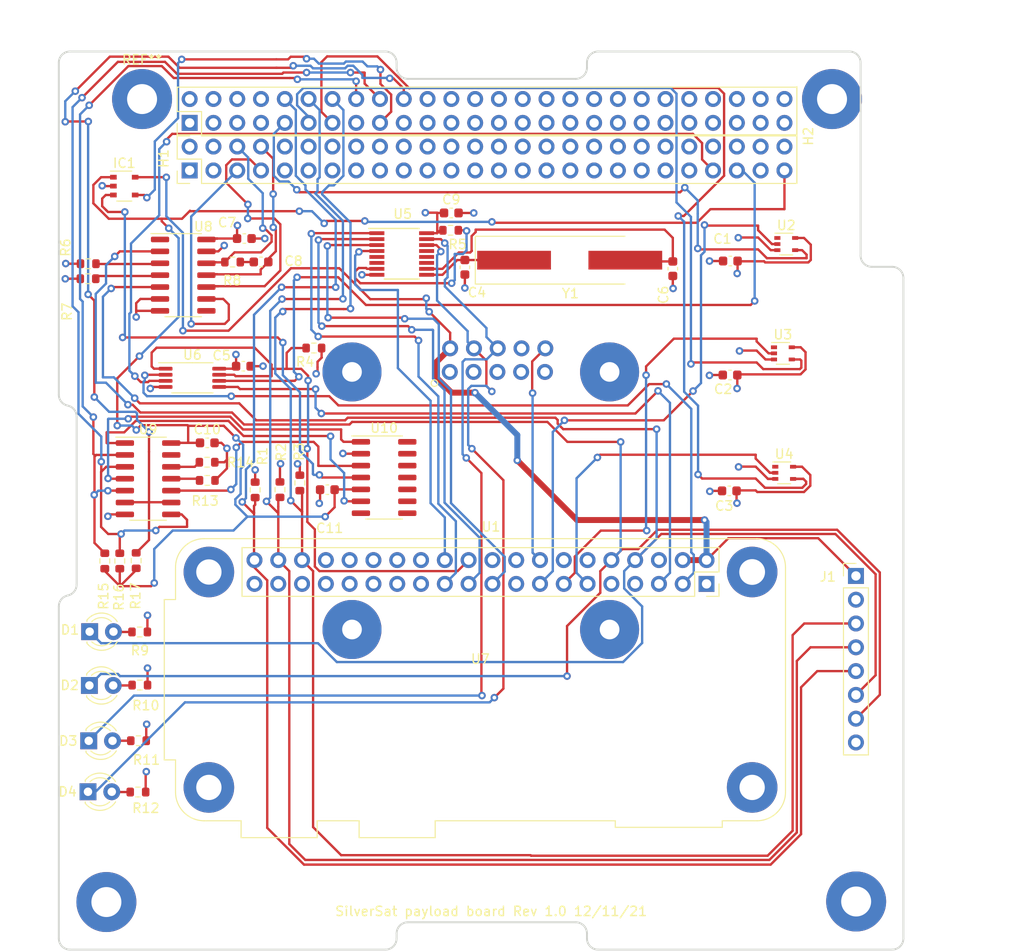
<source format=kicad_pcb>
(kicad_pcb (version 20211014) (generator pcbnew)
  (layers (0 "F.Cu" signal) (1 "In1.Cu" signal) (2 "In2.Cu" signal "GND") (31 "B.Cu" signal) (34 "B.Paste" user) (35 "F.Paste" user) (36 "B.SilkS" user "B.Silkscreen") (37 "F.SilkS" user "F.Silkscreen") (38 "B.Mask" user) (39 "F.Mask" user) (44 "Edge.Cuts" user))
  (net 0 "")
  (net 1 "GND")
  (net 2 "+3V3")
  (net 3 "Net-(C4-Pad1)")
  (net 4 "Net-(C6-Pad1)")
  (net 5 "H1_8")
  (net 6 "Net-(C8-Pad1)")
  (net 7 "Tx")
  (net 8 "Rx")
  (net 10 "H1_5")
  (net 11 "BCM_23")
  (net 13 "H1_7")
  (net 14 "H1_45")
  (net 15 "Net-(U10-Pad6)")
  (net 16 "Net-(U10-Pad1)")
  (net 20 "Net-(R5-Pad1)")
  (net 22 "H1_47")
  (net 23 "5v_IC_power")
  (net 24 "H2_9")
  (net 25 "H2_10")
  (net 26 "H2_11")
  (net 27 "H2_12")
  (net 28 "H2_13")
  (net 29 "H2_14")
  (net 30 "H2_16")
  (net 31 "H2_17")
  (net 32 "H2_18")
  (net 34 "Net-(R7-Pad2)")
  (net 35 "Net-(R6-Pad2)")
  (net 37 "H2_20")
  (net 38 "Net-(IC1-Pad3)")
  (net 39 "BCM_25")
  (net 53 "H1_6")
  (net 54 "+5V")
  (net 55 "BCM_2_(SDA)")
  (net 59 "BCM_3_(SCL)")
  (net 113 "BCM_15_(RxD)")
  (net 114 "BCM_14_(TxD)")
  (net 115 "BCM_21_(SCLK)")
  (net 116 "BCM_20_(MOSI)")
  (net 117 "BCM_16")
  (net 118 "Net-(D1-Pad2)")
  (net 119 "Net-(D2-Pad2)")
  (net 120 "Net-(D3-Pad2)")
  (net 121 "Net-(D4-Pad2)")
  (net 122 "Net-(R13-Pad2)")
  (net 123 "Net-(R14-Pad2)")
  (net 124 "BCM_17")
  (net 126 "BCM_27")
  (net 127 "BCM_22")
  (net 128 "BCM_10_(MOSI)")
  (net 130 "BCM_9_(MISO)")
  (net 139 "BCM_11_(SCLK)")
  (net 153 "BCM_8_(CE0)")
  (net 154 "Net-(U10-Pad3)")
  (footprint "Package_TO_SOT_SMD:SOT-353_SC-70-5" (layer "F.Cu") (at 129.14 75.94)
    (fp_text reference "U2")
    (fp_text value "74LVC1G07MDCKREPG4")
  )
  (footprint "Package_TO_SOT_SMD:SOT-353_SC-70-5" (layer "F.Cu") (at 128.78 87.61)
    (fp_text reference "U3")
    (fp_text value "74LVC1G07MDCKREPG4")
  )
  (footprint "Package_SO:QSOP-16_3.9x4.9mm_P0.635mm" (layer "F.Cu") (at 88.09 77)
    (fp_text reference "U5")
    (fp_text value "MAX3100")
  )
  (footprint "Package_SO:TSSOP-8_4.4x3mm_P0.65mm" (layer "F.Cu") (at 65.74 90.22)
    (fp_text reference "U6")
    (fp_text value "SN74CB3Q3306A")
  )
  (footprint "Package_SO:SOIC-14_3.9x8.7mm_P1.27mm" (layer "F.Cu") (at 64.76 79.26)
    (fp_text reference "U8")
    (fp_text value "SN65HVD70D")
  )
  (footprint "Module:Raspberry_Pi_Zero_Socketed_THT_FaceDown_MountingHoles" (layer "F.Cu") (at 120.63 112.22 -90)
    (fp_text reference "U1")
    (fp_text value "RaspberryPiZero(v1.1)")
  )
  (footprint "Silversat special parts:UCAM-III" (layer "F.Cu") (at 96.53 103.34 180)
    (fp_text reference "U7")
    (fp_text value "uCamIII")
  )
  (footprint "Crystal:Crystal_SMD_HC49-SD_HandSoldering" (layer "F.Cu") (at 106.02 77.66)
    (fp_text reference "Y1")
    (fp_text value "3.5864 MHz1")
  )
  (footprint "Resistor_SMD:R_0603_1608Metric" (layer "F.Cu") (at 54.62 78.04)
    (fp_text reference "R6")
    (fp_text value "10 kohm")
  )
  (footprint "Capacitor_SMD:C_0603_1608Metric" (layer "F.Cu") (at 123.17 77.75 180)
    (fp_text reference "C1")
    (fp_text value ".1uF")
  )
  (footprint "Capacitor_SMD:C_0603_1608Metric" (layer "F.Cu") (at 123.14 89.92 180)
    (fp_text reference "C2")
    (fp_text value ".1uF")
  )
  (footprint "Capacitor_SMD:C_0603_1608Metric" (layer "F.Cu") (at 123.06 102.29 180)
    (fp_text reference "C3")
    (fp_text value ".1uF")
  )
  (footprint "Capacitor_SMD:C_0603_1608Metric" (layer "F.Cu") (at 94.83 78.42 -90)
    (fp_text reference "C4")
    (fp_text value "33pF")
  )
  (footprint "Capacitor_SMD:C_0603_1608Metric" (layer "F.Cu") (at 71.18 88.98)
    (fp_text reference "C5")
    (fp_text value ".1uF")
  )
  (footprint "Capacitor_SMD:C_0603_1608Metric" (layer "F.Cu") (at 117.03 78.57 -90)
    (fp_text reference "C6")
    (fp_text value "33pF")
  )
  (footprint "Capacitor_SMD:C_0603_1608Metric" (layer "F.Cu") (at 71.285 75.35 180)
    (fp_text reference "C7")
    (fp_text value ".1uF")
  )
  (footprint "Capacitor_SMD:C_0603_1608Metric" (layer "F.Cu") (at 73.07 77.85)
    (fp_text reference "C8")
    (fp_text value ".1uF")
  )
  (footprint "Resistor_SMD:R_0603_1608Metric" (layer "F.Cu") (at 72.44 102.18 -90)
    (fp_text reference "R1")
    (fp_text value "10 kohm")
  )
  (footprint "Resistor_SMD:R_0603_1608Metric" (layer "F.Cu") (at 75.09 102.16 90)
    (fp_text reference "R2")
    (fp_text value "10 kohm")
  )
  (footprint "Resistor_SMD:R_0603_1608Metric" (layer "F.Cu") (at 77.21 101.44 90)
    (fp_text reference "R3")
    (fp_text value "10 kohm")
  )
  (footprint "Resistor_SMD:R_0603_1608Metric" (layer "F.Cu") (at 78.71 87.04 180)
    (fp_text reference "R4")
    (fp_text value "10 kohm")
  )
  (footprint "Resistor_SMD:R_0603_1608Metric" (layer "F.Cu") (at 93.305 74.47 180)
    (fp_text reference "R5")
    (fp_text value "10 kohm")
  )
  (footprint "Resistor_SMD:R_0603_1608Metric" (layer "F.Cu") (at 54.6 79.64)
    (fp_text reference "R7")
    (fp_text value "10 kohm")
  )
  (footprint "Resistor_SMD:R_0603_1608Metric" (layer "F.Cu") (at 70.03 77.86)
    (fp_text reference "R8")
    (fp_text value "453")
  )
  (footprint "Connector_PinHeader_2.54mm:PinHeader_1x08_P2.54mm_Vertical" (layer "F.Cu") (at 136.58 111.37)
    (fp_text reference "J1")
    (fp_text value "Conn_01x08_Male")
  )
  (footprint "SilverSat_footprints:TheBus2x26" (layer "F.Cu") (at 65.448128 65.541662 90)
    (fp_text reference "H1")
    (fp_text value "Conn_02x26_Odd_Even")
  )
  (footprint "SilverSat_footprints:TheBus2x26" (layer "F.Cu") (at 65.448128 60.461662 90)
    (fp_text reference "H2")
    (fp_text value "Conn_02x26_Odd_Even")
  )
  (footprint "Capacitor_SMD:C_0603_1608Metric" (layer "F.Cu") (at 93.38 72.62)
    (fp_text reference "C9")
    (fp_text value ".1uF")
  )
  (footprint "MountingHole:MountingHole_3.2mm_M3_Pad" (layer "F.Cu") (at 134.028128 60.461662)
    (fp_text reference "REF**" hide)
    (fp_text value "MountingHole_3.2mm_M3_Pad")
  )
  (footprint "MountingHole:MountingHole_3.2mm_M3_Pad" (layer "F.Cu") (at 60.368128 60.461662)
    (fp_text reference "REF**")
    (fp_text value "MountingHole_3.2mm_M3_Pad")
  )
  (footprint "LED_THT:LED_D3.0mm" (layer "F.Cu") (at 54.673334 128.97248)
    (fp_text reference "D3")
    (fp_text value "LED")
  )
  (footprint "MountingHole:MountingHole_3.2mm_M3_Pad" (layer "F.Cu") (at 56.558128 146.186662)
    (fp_text reference "REF**" hide)
    (fp_text value "MountingHole_3.2mm_M3_Pad")
  )
  (footprint "Resistor_SMD:R_0603_1608Metric" (layer "F.Cu") (at 67.328334 101.17248 180)
    (fp_text reference "R13")
    (fp_text value "10 kohm")
  )
  (footprint "Resistor_SMD:R_0603_1608Metric" (layer "F.Cu") (at 59.738334 109.73248 90)
    (fp_text reference "R17")
    (fp_text value "10 kohm")
  )
  (footprint "Package_TO_SOT_SMD:SOT-353_SC-70-5" (layer "F.Cu") (at 128.918334 100.36248)
    (fp_text reference "U4")
    (fp_text value "74LVC1G07MDCKREPG4")
  )
  (footprint "Package_SO:TSOP-5_1.65x3.05mm_P0.95mm" (layer "F.Cu") (at 58.468334 69.75248)
    (fp_text reference "IC1")
    (fp_text value "BD2268G-MGTR-SamacSys_Parts2")
  )
  (footprint "Resistor_SMD:R_0603_1608Metric" (layer "F.Cu") (at 57.988334 109.77248 -90)
    (fp_text reference "R16")
    (fp_text value "10 kohm")
  )
  (footprint "Capacitor_SMD:C_0603_1608Metric" (layer "F.Cu") (at 80.148334 102.16248 180)
    (fp_text reference "C11")
    (fp_text value ".1uF")
  )
  (footprint "Resistor_SMD:R_0603_1608Metric" (layer "F.Cu") (at 60.113334 117.35248 180)
    (fp_text reference "R9")
    (fp_text value "10 kohm")
  )
  (footprint "LED_THT:LED_D3.0mm" (layer "F.Cu") (at 54.773334 117.32248)
    (fp_text reference "D1")
    (fp_text value "LED")
  )
  (footprint "Package_SO:SOIC-14_3.9x8.7mm_P1.27mm" (layer "F.Cu") (at 86.208334 100.86248)
    (fp_text reference "U10")
    (fp_text value "74LVC1G332")
  )
  (footprint "Resistor_SMD:R_0603_1608Metric" (layer "F.Cu") (at 59.988334 128.96248 180)
    (fp_text reference "R11")
    (fp_text value "10 kohm")
  )
  (footprint "Resistor_SMD:R_0603_1608Metric" (layer "F.Cu") (at 59.928334 134.44248 180)
    (fp_text reference "R12")
    (fp_text value "10 kohm")
  )
  (footprint "Resistor_SMD:R_0603_1608Metric" (layer "F.Cu") (at 56.388334 109.77248 -90)
    (fp_text reference "R15")
    (fp_text value "10 kohm")
  )
  (footprint "MountingHole:MountingHole_3.2mm_M3_Pad" (layer "F.Cu") (at 136.603128 146.126662)
    (fp_text reference "REF**" hide)
    (fp_text value "MountingHole_3.2mm_M3_Pad" hide)
  )
  (footprint "Resistor_SMD:R_0603_1608Metric" (layer "F.Cu") (at 60.128334 123.02248 180)
    (fp_text reference "R10")
    (fp_text value "10 kohm")
  )
  (footprint "Resistor_SMD:R_0603_1608Metric" (layer "F.Cu") (at 67.308334 99.23248 180)
    (fp_text reference "R14")
    (fp_text value "10 kohm")
  )
  (footprint "Package_SO:SOIC-14_3.9x8.7mm_P1.27mm" (layer "F.Cu") (at 61.008334 100.99248)
    (fp_text reference "U9")
    (fp_text value "74HC02")
  )
  (footprint "LED_THT:LED_D3.0mm" (layer "F.Cu") (at 54.743334 123.06248)
    (fp_text reference "D2")
    (fp_text value "LED")
  )
  (footprint "Capacitor_SMD:C_0603_1608Metric" (layer "F.Cu") (at 67.328334 97.16248)
    (fp_text reference "C10")
    (fp_text value ".1uF")
  )
  (footprint "LED_THT:LED_D3.0mm" (layer "F.Cu") (at 54.593334 134.41248)
    (fp_text reference "D4")
    (fp_text value "LED")
  )
  (gr_line (start 107.863128 149.539462) (end 107.863128 150.072862) (layer "Edge.Cuts") (width 0.2))
  (gr_arc (start 52.671928 151.266662) (mid 51.827784 150.917006) (end 51.478128 150.072862) (layer "Edge.Cuts") (width 0.2))
  (gr_line (start 107.863128 56.575462) (end 107.863128 57.108862) (layer "Edge.Cuts") (width 0.2))
  (gr_line (start 53.383128 94.357962) (end 53.383128 112.290362) (layer "Edge.Cuts") (width 0.2))
  (gr_line (start 51.478128 92.019644) (end 51.478128 56.575462) (layer "Edge.Cuts") (width 0.2))
  (gr_arc (start 86.349328 55.381662) (mid 87.193472 55.731318) (end 87.543128 56.575462) (layer "Edge.Cuts") (width 0.2))
  (gr_line (start 88.736928 148.345662) (end 106.669328 148.345662) (layer "Edge.Cuts") (width 0.2))
  (gr_line (start 87.543128 57.108862) (end 87.543128 56.575462) (layer "Edge.Cuts") (width 0.2))
  (gr_arc (start 87.543128 149.539462) (mid 87.892784 148.695318) (end 88.736928 148.345662) (layer "Edge.Cuts") (width 0.2))
  (gr_line (start 106.669328 58.302662) (end 88.736928 58.302662) (layer "Edge.Cuts") (width 0.2))
  (gr_line (start 52.671928 55.381662) (end 86.349328 55.381662) (layer "Edge.Cuts") (width 0.2))
  (gr_line (start 87.543128 150.072862) (end 87.543128 149.539462) (layer "Edge.Cuts") (width 0.2))
  (gr_arc (start 52.430628 93.188803) (mid 51.746395 92.773665) (end 51.478128 92.019644) (layer "Edge.Cuts") (width 0.2))
  (gr_arc (start 138.269928 78.368662) (mid 137.425784 78.019006) (end 137.076128 77.174862) (layer "Edge.Cuts") (width 0.2))
  (gr_arc (start 87.543128 150.072862) (mid 87.193472 150.917006) (end 86.349328 151.266662) (layer "Edge.Cuts") (width 0.2))
  (gr_arc (start 51.478128 56.575462) (mid 51.827784 55.731318) (end 52.671928 55.381662) (layer "Edge.Cuts") (width 0.2))
  (gr_arc (start 107.863128 56.575462) (mid 108.212784 55.731318) (end 109.056928 55.381662) (layer "Edge.Cuts") (width 0.2))
  (gr_arc (start 53.383128 112.290362) (mid 53.114861 113.044383) (end 52.430628 113.459521) (layer "Edge.Cuts") (width 0.2))
  (gr_line (start 137.076128 77.174862) (end 137.076128 56.575462) (layer "Edge.Cuts") (width 0.2))
  (gr_arc (start 107.863128 57.108862) (mid 107.513472 57.953006) (end 106.669328 58.302662) (layer "Edge.Cuts") (width 0.2))
  (gr_arc (start 135.882328 55.381662) (mid 136.726472 55.731318) (end 137.076128 56.575462) (layer "Edge.Cuts") (width 0.2))
  (gr_arc (start 140.454328 78.368662) (mid 141.298472 78.718318) (end 141.648128 79.562462) (layer "Edge.Cuts") (width 0.2))
  (gr_line (start 109.056928 55.381662) (end 135.882328 55.381662) (layer "Edge.Cuts") (width 0.2))
  (gr_arc (start 106.669328 148.345662) (mid 107.513472 148.695318) (end 107.863128 149.539462) (layer "Edge.Cuts") (width 0.2))
  (gr_line (start 141.648128 79.562462) (end 141.648128 150.072862) (layer "Edge.Cuts") (width 0.2))
  (gr_line (start 140.454328 78.368662) (end 138.269928 78.368662) (layer "Edge.Cuts") (width 0.2))
  (gr_line (start 86.349328 151.266662) (end 52.671928 151.266662) (layer "Edge.Cuts") (width 0.2))
  (gr_line (start 51.478128 150.072862) (end 51.478128 114.62868) (layer "Edge.Cuts") (width 0.2))
  (gr_arc (start 52.430628 93.188803) (mid 53.114861 93.603941) (end 53.383128 94.357962) (layer "Edge.Cuts") (width 0.2))
  (gr_arc (start 51.478128 114.62868) (mid 51.746395 113.874659) (end 52.430628 113.459521) (layer "Edge.Cuts") (width 0.2))
  (gr_arc (start 88.736928 58.302662) (mid 87.892784 57.953006) (end 87.543128 57.108862) (layer "Edge.Cuts") (width 0.2))
  (gr_arc (start 109.056928 151.266662) (mid 108.212784 150.917006) (end 107.863128 150.072862) (layer "Edge.Cuts") (width 0.2))
  (gr_line (start 140.454328 151.266662) (end 109.056928 151.266662) (layer "Edge.Cuts") (width 0.2))
  (gr_arc (start 141.647975 150.068301) (mid 141.298334 150.91248) (end 140.454175 151.262101) (layer "Edge.Cuts") (width 0.2))
  (gr_text "SilverSat payload board Rev 1.0 12/11/21 \n" (at 98.018334 147.17248) (layer "F.SilkS") (effects (font (size 1 1))))
  (segment (start 57.308334 69.75248) (end 56.148334 69.75248) (width 0.25) (layer "F.Cu") (net 1))
  (segment (start 122.285 102.29) (end 121.03 102.29) (width 0.25) (layer "F.Cu") (net 1))
  (segment (start 79.373334 102.16248) (end 79.373334 103.53748) (width 0.25) (layer "F.Cu") (net 1))
  (segment (start 127.83 88.26) (end 126.925 88.26) (width 0.25) (layer "F.Cu") (net 1))
  (segment (start 69.148334 99.23248) (end 69.428334 98.95248) (width 0.25) (layer "F.Cu") (net 1))
  (segment (start 56.918323 104.80248) (end 56.718323 105.00248) (width 0.25) (layer "F.Cu") (net 1))
  (segment (start 125.975 87.31) (end 124.19 87.31) (width 0.25) (layer "F.Cu") (net 1))
  (segment (start 94.155 72.62) (end 95.78 72.62) (width 0.25) (layer "F.Cu") (net 1))
  (segment (start 68.838334 97.16248) (end 69.428334 97.75248) (width 0.25) (layer "F.Cu") (net 1))
  (segment (start 125.875 99.7) (end 127.185 101.01) (width 0.25) (layer "F.Cu") (net 1))
  (segment (start 62.8775 91.195) (end 61.411576 91.195) (width 0.25) (layer "F.Cu") (net 1))
  (segment (start 59.77 83.07) (end 59.74 83.04) (width 0.25) (layer "F.Cu") (net 1))
  (segment (start 58.533334 104.80248) (end 56.918323 104.80248) (width 0.25) (layer "F.Cu") (net 1))
  (segment (start 61.411576 91.195) (end 61.247154 91.359422) (width 0.25) (layer "F.Cu") (net 1))
  (segment (start 127.18748 101.01248) (end 127.185 101.01) (width 0.25) (layer "F.Cu") (net 1))
  (segment (start 85.4357 79.2225) (end 83.8425 79.2225) (width 0.25) (layer "F.Cu") (net 1))
  (segment (start 124.08 99.7) (end 124.05 99.73) (width 0.25) (layer "F.Cu") (net 1))
  (segment (start 81.838334 98.32248) (end 81.808334 98.29248) (width 0.25) (layer "F.Cu") (net 1))
  (segment (start 122.365 89.92) (end 120.98 89.92) (width 0.25) (layer "F.Cu") (net 1))
  (segment (start 127.185 101.01) (end 127.97 101.01) (width 0.25) (layer "F.Cu") (net 1))
  (segment (start 120.98 89.92) (end 120.94 89.96) (width 0.25) (layer "F.Cu") (net 1))
  (segment (start 83.733334 98.32248) (end 81.838334 98.32248) (width 0.25) (layer "F.Cu") (net 1))
  (segment (start 69.428334 99.89748) (end 69.428334 98.95248) (width 0.25) (layer "F.Cu") (net 1))
  (segment (start 68.153334 101.17248) (end 69.428334 99.89748) (width 0.25) (layer "F.Cu") (net 1))
  (segment (start 79.373334 103.53748) (end 79.288334 103.62248) (width 0.25) (layer "F.Cu") (net 1))
  (segment (start 121.03 102.29) (end 120.98 102.34) (width 0.25) (layer "F.Cu") (net 1))
  (segment (start 73.27 88.98) (end 73.28 88.97) (width 0.25) (layer "F.Cu") (net 1))
  (segment (start 72.06 75.35) (end 73.47 75.35) (width 0.25) (layer "F.Cu") (net 1))
  (segment (start 62.285 83.07) (end 59.77 83.07) (width 0.25) (layer "F.Cu") (net 1))
  (segment (start 127.968334 101.01248) (end 127.18748 101.01248) (width 0.25) (layer "F.Cu") (net 1))
  (segment (start 83.8425 79.2225) (end 83.84 79.22) (width 0.25) (layer "F.Cu") (net 1))
  (segment (start 62.285 81.8) (end 60.19 81.8) (width 0.25) (layer "F.Cu") (net 1))
  (segment (start 94.83 80.15) (end 94.83 80.63) (width 0.25) (layer "F.Cu") (net 1))
  (segment (start 69.428334 98.95248) (end 69.428334 97.75248) (width 0.25) (layer "F.Cu") (net 1))
  (segment (start 53.795 78.04) (end 52.24 78.04) (width 0.25) (layer "F.Cu") (net 1))
  (segment (start 126.135 75.24) (end 124.04 75.24) (width 0.25) (layer "F.Cu") (net 1))
  (segment (start 68.103334 97.16248) (end 68.838334 97.16248) (width 0.25) (layer "F.Cu") (net 1))
  (segment (start 59.74 83.04) (end 59.74 83.73) (width 0.25) (layer "F.Cu") (net 1))
  (segment (start 68.133334 99.23248) (end 69.148334 99.23248) (width 0.25) (layer "F.Cu") (net 1))
  (segment (start 56.148334 69.75248) (end 56.108334 69.71248) (width 0.25) (layer "F.Cu") (net 1))
  (segment (start 117.03 80.65) (end 117.06 80.68) (width 0.25) (layer "F.Cu") (net 1))
  (segment (start 125.875 99.7) (end 124.08 99.7) (width 0.25) (layer "F.Cu") (net 1))
  (segment (start 52.24 78.04) (end 52.22 78.02) (width 0.25) (layer "F.Cu") (net 1))
  (segment (start 117.03 80.24) (end 117.03 80.65) (width 0.25) (layer "F.Cu") (net 1))
  (segment (start 126.925 88.26) (end 125.975 87.31) (width 0.25) (layer "F.Cu") (net 1))
  (segment (start 60.19 81.8) (end 59.74 82.25) (width 0.25) (layer "F.Cu") (net 1))
  (segment (start 124.19 87.31) (end 124.15 87.35) (width 0.25) (layer "F.Cu") (net 1))
  (segment (start 122.395 77.75) (end 120.95 77.75) (width 0.25) (layer "F.Cu") (net 1))
  (segment (start 59.74 82.25) (end 59.74 83.04) (width 0.25) (layer "F.Cu") (net 1))
  (segment (start 126.135 75.24) (end 127.485 76.59) (width 0.25) (layer "F.Cu") (net 1))
  (segment (start 124.04 75.24) (end 124.02 75.26) (width 0.25) (layer "F.Cu") (net 1))
  (segment (start 71.955 88.98) (end 73.27 88.98) (width 0.25) (layer "F.Cu") (net 1))
  (segment (start 127.485 76.59) (end 128.19 76.59) (width 0.25) (layer "F.Cu") (net 1))
  (segment (start 117.03 79.345) (end 117.03 80.24) (width 0.25) (layer "F.Cu") (net 1))
  (segment (start 94.83 79.195) (end 94.83 80.15) (width 0.25) (layer "F.Cu") (net 1))
  (via (at 124.05 99.73) (size 0.8) (drill 0.4) (layers "F.Cu" "B.Cu") (net 1))
  (via (at 56.718323 105.00248) (size 0.8) (drill 0.4) (layers "F.Cu" "B.Cu") (net 1))
  (via (at 52.22 78.02) (size 0.8) (drill 0.4) (layers "F.Cu" "B.Cu") (net 1))
  (via (at 79.288334 103.62248) (size 0.8) (drill 0.4) (layers "F.Cu" "B.Cu") (net 1))
  (via (at 59.74 83.73) (size 0.8) (drill 0.4) (layers "F.Cu" "B.Cu") (net 1))
  (via (at 94.83 80.63) (size 0.8) (drill 0.4) (layers "F.Cu" "B.Cu") (net 1))
  (via (at 83.84 79.22) (size 0.8) (drill 0.4) (layers "F.Cu" "B.Cu") (net 1))
  (via (at 61.247154 91.359422) (size 0.8) (drill 0.4) (layers "F.Cu" "B.Cu") (net 1))
  (via (at 120.98 102.34) (size 0.8) (drill 0.4) (layers "F.Cu" "B.Cu") (net 1))
  (via (at 117.06 80.68) (size 0.8) (drill 0.4) (layers "F.Cu" "B.Cu") (net 1))
  (via (at 124.15 87.35) (size 0.8) (drill 0.4) (layers "F.Cu" "B.Cu") (net 1))
  (via (at 56.108334 69.71248) (size 0.8) (drill 0.4) (layers "F.Cu" "B.Cu") (net 1))
  (via (at 95.78 72.62) (size 0.8) (drill 0.4) (layers "F.Cu" "B.Cu") (net 1))
  (via (at 120.95 77.75) (size 0.8) (drill 0.4) (layers "F.Cu" "B.Cu") (net 1))
  (via (at 69.428334 97.75248) (size 0.8) (drill 0.4) (layers "F.Cu" "B.Cu") (net 1))
  (via (at 73.28 88.97) (size 0.8) (drill 0.4) (layers "F.Cu" "B.Cu") (net 1))
  (via (at 81.808334 98.29248) (size 0.8) (drill 0.4) (layers "F.Cu" "B.Cu") (net 1))
  (via (at 124.02 75.26) (size 0.8) (drill 0.4) (layers "F.Cu" "B.Cu") (net 1))
  (via (at 120.94 89.96) (size 0.8) (drill 0.4) (layers "F.Cu" "B.Cu") (net 1))
  (via (at 73.47 75.35) (size 0.8) (drill 0.4) (layers "F.Cu" "B.Cu") (net 1))
  (segment (start 123.975 77.78) (end 126.76859 77.78) (width 0.25) (layer "F.Cu") (net 2))
  (segment (start 77.21 100.615) (end 77.21 99.64798) (width 0.25) (layer "F.Cu") (net 2))
  (segment (start 68.41 75.35) (end 67.335 75.35) (width 0.25) (layer "F.Cu") (net 2))
  (segment (start 67.235 76.72) (end 68.51 76.72) (width 0.25) (layer "F.Cu") (net 2))
  (segment (start 123.835 102.29) (end 123.835 103.555) (width 0.25) (layer "F.Cu") (net 2))
  (segment (start 130.82 99.71) (end 131.71001 100.60001) (width 0.25) (layer "F.Cu") (net 2))
  (segment (start 131.4964 77.90001) (end 131.76001 77.6364) (width 0.25) (layer "F.Cu") (net 2))
  (segment (start 129.87 99.71) (end 130.82 99.71) (width 0.25) (layer "F.Cu") (net 2))
  (segment (start 131.71001 100.60001) (end 131.71001 101.7364) (width 0.25) (layer "F.Cu") (net 2))
  (segment (start 91.855 72.59) (end 90.61 72.59) (width 0.25) (layer "F.Cu") (net 2))
  (segment (start 60.938334 115.58248) (end 60.948334 115.57248) (width 0.25) (layer "F.Cu") (net 2))
  (segment (start 91.8825 72.6175) (end 92.6025 72.6175) (width 0.25) (layer "F.Cu") (net 2))
  (segment (start 68.255 75.35) (end 68.245 75.36) (width 0.25) (layer "F.Cu") (net 2))
  (segment (start 67.335 75.35) (end 67.235 75.45) (width 0.25) (layer "F.Cu") (net 2))
  (segment (start 72.44 101.355) (end 72.44 100.05) (width 0.25) (layer "F.Cu") (net 2))
  (segment (start 123.835 103.555) (end 123.88 103.6) (width 0.25) (layer "F.Cu") (net 2))
  (segment (start 60.953334 123.02248) (end 60.953334 121.21748) (width 0.25) (layer "F.Cu") (net 2))
  (segment (start 92.48 74.47) (end 92.19 74.47) (width 0.25) (layer "F.Cu") (net 2))
  (segment (start 79.1 89.63647) (end 78.949972 89.786498) (width 0.25) (layer "F.Cu") (net 2))
  (segment (start 123.885 102.24) (end 123.835 102.29) (width 0.25) (layer "F.Cu") (net 2))
  (segment (start 79.1 89.08) (end 79.1 89.63647) (width 0.25) (layer "F.Cu") (net 2))
  (segment (start 131.76001 77.6364) (end 131.76001 76.01001) (width 0.25) (layer "F.Cu") (net 2))
  (segment (start 125.875 102.24) (end 123.885 102.24) (width 0.25) (layer "F.Cu") (net 2))
  (segment (start 68.6025 89.245) (end 70.14 89.245) (width 0.25) (layer "F.Cu") (net 2))
  (segment (start 131.20001 89.3164) (end 131.20001 87.48001) (width 0.25) (layer "F.Cu") (net 2))
  (segment (start 131.71001 101.7364) (end 131.0364 102.41001) (width 0.25) (layer "F.Cu") (net 2))
  (segment (start 91.8825 74.7775) (end 91.8825 72.6175) (width 0.25) (layer "F.Cu") (net 2))
  (segment (start 79.535 87.04) (end 79.535 88.055) (width 0.25) (layer "F.Cu") (net 2))
  (segment (start 60.953334 121.21748) (end 60.948334 121.21248) (width 0.25) (layer "F.Cu") (net 2))
  (segment (start 92.19 74.47) (end 91.8825 74.7775) (width 0.25) (layer "F.Cu") (net 2))
  (segment (start 68.41 75.35) (end 68.255 75.35) (width 0.25) (layer "F.Cu") (net 2))
  (segment (start 70.51 73.99) (end 70.55 73.95) (width 0.25) (layer "F.Cu") (net 2))
  (segment (start 130.81752 99.71248) (end 130.82 99.71) (width 0.25) (layer "F.Cu") (net 2))
  (segment (start 79.1 88.506009) (end 79.1 89.08) (width 0.25) (layer "F.Cu") (net 2))
  (segment (start 131.20001 87.48001) (end 130.68 86.96) (width 0.25) (layer "F.Cu") (net 2))
  (segment (start 70.14 89.245) (end 70.405 88.98) (width 0.25) (layer "F.Cu") (net 2))
  (segment (start 53.775 79.64) (end 52.18 79.64) (width 0.25) (layer "F.Cu") (net 2))
  (segment (start 60.938334 117.35248) (end 60.938334 115.58248) (width 0.25) (layer "F.Cu") (net 2))
  (segment (start 126.04501 102.41001) (end 125.875 102.24) (width 0.25) (layer "F.Cu") (net 2))
  (segment (start 77.21 99.64798) (end 76.9645 99.40248) (width 0.25) (layer "F.Cu") (net 2))
  (segment (start 75.09 99.45) (end 75.15 99.39) (width 0.25) (layer "F.Cu") (net 2))
  (segment (start 130.68 86.96) (end 129.73 86.96) (width 0.25) (layer "F.Cu") (net 2))
  (segment (start 126.76859 77.78) (end 126.8886 77.90001) (width 0.25) (layer "F.Cu") (net 2))
  (segment (start 70.51 75.35) (end 70.51 73.99) (width 0.25) (layer "F.Cu") (net 2))
  (segment (start 79.535 88.055) (end 79.543004 88.063005) (width 0.25) (layer "F.Cu") (net 2))
  (segment (start 92.6025 72.6175) (end 92.605 72.62) (width 0.25) (layer "F.Cu") (net 2))
  (segment (start 60.813334 128.96248) (end 60.813334 127.24748) (width 0.25) (layer "F.Cu") (net 2))
  (segment (start 52.18 79.64) (end 52.17 79.65) (width 0.25) (layer "F.Cu") (net 2))
  (segment (start 123.945 77.75) (end 123.945 79.035) (width 0.25) (layer "F.Cu") (net 2))
  (segment (start 60.813334 127.24748) (end 60.858334 127.20248) (width 0.25) (layer "F.Cu") (net 2))
  (segment (start 60.753334 132.32748) (end 60.818334 132.26248) (width 0.25) (layer "F.Cu") (net 2))
  (segment (start 75.09 101.335) (end 75.09 99.45) (width 0.25) (layer "F.Cu") (net 2))
  (segment (start 123.945 79.035) (end 123.9 79.08) (width 0.25) (layer "F.Cu") (net 2))
  (segment (start 123.985 89.85) (end 130.66641 89.85) (width 0.25) (layer "F.Cu") (net 2))
  (segment (start 129.868334 99.71248) (end 130.81752 99.71248) (width 0.25) (layer "F.Cu") (net 2))
  (segment (start 70.405 87.745) (end 70.39 87.73) (width 0.25) (layer "F.Cu") (net 2))
  (segment (start 131.0364 102.41001) (end 126.04501 102.41001) (width 0.25) (layer "F.Cu") (net 2))
  (segment (start 131.04 75.29) (end 130.09 75.29) (width 0.25) (layer "F.Cu") (net 2))
  (segment (start 70.51 75.35) (end 68.41 75.35) (width 0.25) (layer "F.Cu") (net 2))
  (segment (start 123.945 77.75) (end 123.975 77.78) (width 0.25) (layer "F.Cu") (net 2))
  (segment (start 126.8886 77.90001) (end 131.4964 77.90001) (width 0.25) (layer "F.Cu") (net 2))
  (segment (start 123.915 89.92) (end 123.915 91.335) (width 0.25) (layer "F.Cu") (net 2))
  (segment (start 123.915 89.92) (end 123.985 89.85) (width 0.25) (layer "F.Cu") (net 2))
  (segment (start 123.915 91.335) (end 123.89 91.36) (width 0.25) (layer "F.Cu") (net 2))
  (segment (start 91.8825 72.6175) (end 91.855 72.59) (width 0.25) (layer "F.Cu") (net 2))
  (segment (start 91.8825 74.7775) (end 90.7443 74.7775) (width 0.25) (layer "F.Cu") (net 2))
  (segment (start 79.543004 88.063005) (end 79.1 88.506009) (width 0.25) (layer "F.Cu") (net 2))
  (segment (start 131.76001 76.01001) (end 131.04 75.29) (width 0.25) (layer "F.Cu") (net 2))
  (segment (start 68.51 76.72) (end 69.14 76.09) (width 0.25) (layer "F.Cu") (net 2))
  (segment (start 60.753334 134.44248) (end 60.753334 132.32748) (width 0.25) (layer "F.Cu") (net 2))
  (segment (start 70.405 88.98) (end 70.405 87.745) (width 0.25) (layer "F.Cu") (net 2))
  (segment (start 130.66641 89.85) (end 131.20001 89.3164) (width 0.25) (layer "F.Cu") (net 2))
  (via (at 76.9645 99.40248) (size 0.8) (drill 0.4) (layers "F.Cu" "B.Cu") (net 2))
  (via (at 123.9 79.08) (size 0.8) (drill 0.4) (layers "F.Cu" "B.Cu") (net 2))
  (via (at 123.89 91.36) (size 0.8) (drill 0.4) (layers "F.Cu" "B.Cu") (net 2))
  (via (at 60.858334 127.20248) (size 0.8) (drill 0.4) (layers "F.Cu" "B.Cu") (net 2))
  (via (at 60.818334 132.26248) (size 0.8) (drill 0.4) (layers "F.Cu" "B.Cu") (net 2))
  (via (at 69.14 76.09) (size 0.8) (drill 0.4) (layers "F.Cu" "B.Cu") (net 2))
  (via (at 60.948334 121.21248) (size 0.8) (drill 0.4) (layers "F.Cu" "B.Cu") (net 2))
  (via (at 52.17 79.65) (size 0.8) (drill 0.4) (layers "F.Cu" "B.Cu") (net 2))
  (via (at 60.948334 115.57248) (size 0.8) (drill 0.4) (layers "F.Cu" "B.Cu") (net 2))
  (via (at 70.55 73.95) (size 0.8) (drill 0.4) (layers "F.Cu" "B.Cu") (net 2))
  (via (at 90.61 72.59) (size 0.8) (drill 0.4) (layers "F.Cu" "B.Cu") (net 2))
  (via (at 72.44 100.05) (size 0.8) (drill 0.4) (layers "F.Cu" "B.Cu") (net 2))
  (via (at 123.88 103.6) (size 0.8) (drill 0.4) (layers "F.Cu" "B.Cu") (net 2))
  (via (at 78.949972 89.786498) (size 0.8) (drill 0.4) (layers "F.Cu" "B.Cu") (net 2))
  (via (at 75.15 99.39) (size 0.8) (drill 0.4) (layers "F.Cu" "B.Cu") (net 2))
  (via (at 70.39 87.73) (size 0.8) (drill 0.4) (layers "F.Cu" "B.Cu") (net 2))
  (segment (start 92.4375 79.2225) (end 90.7443 79.2225) (width 0.25) (layer "F.Cu") (net 3))
  (segment (start 94.015 77.645) (end 92.4375 79.2225) (width 0.25) (layer "F.Cu") (net 3))
  (segment (start 94.83 77.645) (end 100.0675 77.645) (width 0.25) (layer "F.Cu") (net 3))
  (segment (start 94.83 77.645) (end 94.015 77.645) (width 0.25) (layer "F.Cu") (net 3))
  (segment (start 100.0675 77.645) (end 100.0825 77.66) (width 0.25) (layer "F.Cu") (net 3))
  (segment (start 95.9818 74.659014) (end 95.548334 75.09248) (width 0.25) (layer "F.Cu") (net 4))
  (segment (start 112.0925 77.795) (end 111.9575 77.66) (width 0.25) (layer "F.Cu") (net 4))
  (segment (start 90.7443 78.5875) (end 92.43609 78.5875) (width 0.25) (layer "F.Cu") (net 4))
  (segment (start 95.548334 75.09248) (end 95.548334 76.628334) (width 0.25) (layer "F.Cu") (net 4))
  (segment (start 117.03 77.795) (end 112.0925 77.795) (width 0.25) (layer "F.Cu") (net 4))
  (segment (start 117.03 77.795) (end 117.03 75.28) (width 0.25) (layer "F.Cu") (net 4))
  (segment (start 92.43609 78.5875) (end 94.18359 76.84) (width 0.25) (layer "F.Cu") (net 4))
  (segment (start 117.03 75.28) (end 116.15 74.4) (width 0.25) (layer "F.Cu") (net 4))
  (segment (start 116.15 74.4) (end 95.9818 74.4) (width 0.25) (layer "F.Cu") (net 4))
  (segment (start 112.0175 77.72) (end 111.9575 77.66) (width 0.25) (layer "F.Cu") (net 4))
  (segment (start 94.18359 76.84) (end 95.4 76.84) (width 0.25) (layer "F.Cu") (net 4))
  (segment (start 95.4 76.84) (end 95.58 76.66) (width 0.25) (layer "F.Cu") (net 4))
  (segment (start 95.548334 76.628334) (end 95.58 76.66) (width 0.25) (layer "F.Cu") (net 4))
  (segment (start 95.9818 74.4) (end 95.9818 74.659014) (width 0.25) (layer "F.Cu") (net 4))
  (segment (start 67.325 79.17) (end 67.235 79.26) (width 0.25) (layer "F.Cu") (net 5))
  (segment (start 73.03 79.17) (end 73.03 78.665) (width 0.25) (layer "F.Cu") (net 5))
  (segment (start 73.03 79.17) (end 68.38 79.17) (width 0.25) (layer "F.Cu") (net 5))
  (segment (start 68.38 79.17) (end 67.325 79.17) (width 0.25) (layer "F.Cu") (net 5))
  (segment (start 73.845 77.85) (end 73.845 77.51) (width 0.25) (layer "F.Cu") (net 5))
  (segment (start 74.362548 70.597242) (end 74.362548 66.826082) (width 0.25) (layer "F.Cu") (net 5))
  (segment (start 74.64501 74.426702) (end 74.373949 74.155641) (width 0.25) (layer "F.Cu") (net 5))
  (segment (start 74.64501 76.70999) (end 74.64501 74.426702) (width 0.25) (layer "F.Cu") (net 5))
  (segment (start 74.362548 66.826082) (end 73.068128 65.531662) (width 0.25) (layer "F.Cu") (net 5))
  (segment (start 68.38 79.17) (end 68.245 79.17) (width 0.25) (layer "F.Cu") (net 5))
  (segment (start 73.03 78.665) (end 73.845 77.85) (width 0.25) (layer "F.Cu") (net 5))
  (segment (start 73.845 77.51) (end 74.64501 76.70999) (width 0.25) (layer "F.Cu") (net 5))
  (via (at 74.362548 70.597242) (size 0.8) (drill 0.4) (layers "F.Cu" "B.Cu") (net 5))
  (via (at 74.373949 74.155641) (size 0.8) (drill 0.4) (layers "F.Cu" "B.Cu") (net 5))
  (segment (start 74.373949 74.155641) (end 74.373949 70.608643) (width 0.25) (layer "B.Cu") (net 5))
  (segment (start 74.373949 70.608643) (end 74.362548 70.597242) (width 0.25) (layer "B.Cu") (net 5))
  (segment (start 70.855 77.86) (end 72.285 77.86) (width 0.25) (layer "F.Cu") (net 6))
  (segment (start 72.285 77.86) (end 72.295 77.85) (width 0.25) (layer "F.Cu") (net 6))
  (segment (start 96.595489 100.389635) (end 94.978334 98.77248) (width 0.25) (layer "F.Cu") (net 7))
  (segment (start 96.658334 124.14248) (end 96.595489 124.079635) (width 0.25) (layer "F.Cu") (net 7))
  (segment (start 90.7443 75.4125) (end 92.260375 75.4125) (width 0.25) (layer "F.Cu") (net 7))
  (segment (start 92.260375 75.4125) (end 92.681678 75.833803) (width 0.25) (layer "F.Cu") (net 7))
  (segment (start 96.595489 124.079635) (end 96.595489 100.389635) (width 0.25) (layer "F.Cu") (net 7))
  (via (at 94.978334 98.77248) (size 0.8) (drill 0.4) (layers "F.Cu" "B.Cu") (net 7))
  (via (at 92.681678 75.833803) (size 0.8) (drill 0.4) (layers "F.Cu" "B.Cu") (net 7))
  (via (at 96.658334 124.14248) (size 0.8) (drill 0.4) (layers "F.Cu" "B.Cu") (net 7))
  (segment (start 97.163823 88.246991) (end 98.338334 87.07248) (width 0.25) (layer "B.Cu") (net 7))
  (segment (start 94.862813 88.246991) (end 97.163823 88.246991) (width 0.25) (layer "B.Cu") (net 7))
  (segment (start 94.585489 88.524315) (end 94.862813 88.246991) (width 0.25) (layer "B.Cu") (net 7))
  (segment (start 54.673334 128.97248) (end 59.503334 124.14248) (width 0.25) (layer "B.Cu") (net 7))
  (segment (start 97.135802 84.908804) (end 97.135802 85.869948) (width 0.25) (layer "B.Cu") (net 7))
  (segment (start 92.695 79.771998) (end 92.695 80.468002) (width 0.25) (layer "B.Cu") (net 7))
  (segment (start 92.681678 75.833803) (end 92.984511 76.136636) (width 0.25) (layer "B.Cu") (net 7))
  (segment (start 97.135802 85.869948) (end 98.338334 87.07248) (width 0.25) (layer "B.Cu") (net 7))
  (segment (start 92.695 80.468002) (end 97.135802 84.908804) (width 0.25) (layer "B.Cu") (net 7))
  (segment (start 94.585489 98.379635) (end 94.585489 88.524315) (width 0.25) (layer "B.Cu") (net 7))
  (segment (start 94.978334 98.77248) (end 94.585489 98.379635) (width 0.25) (layer "B.Cu") (net 7))
  (segment (start 59.503334 124.14248) (end 96.658334 124.14248) (width 0.25) (layer "B.Cu") (net 7))
  (segment (start 92.984511 79.482487) (end 92.695 79.771998) (width 0.25) (layer "B.Cu") (net 7))
  (segment (start 92.984511 76.136636) (end 92.984511 79.482487) (width 0.25) (layer "B.Cu") (net 7))
  (segment (start 97.125489 88.399635) (end 95.798334 87.07248) (width 0.25) (layer "F.Cu") (net 8))
  (segment (start 97.978334 124.36248) (end 98.944511 123.396303) (width 0.25) (layer "F.Cu") (net 8))
  (segment (start 92.26 76.5132) (end 92.26 76.74) (width 0.25) (layer "F.Cu") (net 8))
  (segment (start 97.125489 91.089635) (end 97.125489 88.399635) (width 0.25) (layer "F.Cu") (net 8))
  (segment (start 98.944511 101.150677) (end 95.578334 97.7845) (width 0.25) (layer "F.Cu") (net 8))
  (segment (start 97.708334 91.67248) (end 97.125489 91.089635) (width 0.25) (layer "F.Cu") (net 8))
  (segment (start 90.7443 76.0475) (end 91.7943 76.0475) (width 0.25) (layer "F.Cu") (net 8))
  (segment (start 98.944511 123.396303) (end 98.944511 101.150677) (width 0.25) (layer "F.Cu") (net 8))
  (segment (start 91.7943 76.0475) (end 92.26 76.5132) (width 0.25) (layer "F.Cu") (net 8))
  (via (at 95.578334 97.7845) (size 0.8) (drill 0.4) (layers "F.Cu" "B.Cu") (net 8))
  (via (at 97.708334 91.67248) (size 0.8) (drill 0.4) (layers "F.Cu" "B.Cu") (net 8))
  (via (at 92.26 76.74) (size 0.8) (drill 0.4) (layers "F.Cu" "B.Cu") (net 8))
  (via (at 97.978334 124.36248) (size 0.8) (drill 0.4) (layers "F.Cu" "B.Cu") (net 8))
  (segment (start 97.113823 91.077969) (end 97.708334 91.67248) (width 0.25) (layer "B.Cu") (net 8))
  (segment (start 92.26 76.74) (end 91.860001 77.139999) (width 0.25) (layer "B.Cu") (net 8))
  (segment (start 95.522845 91.077969) (end 97.113823 91.077969) (width 0.25) (layer "B.Cu") (net 8))
  (segment (start 95.578334 97.7845) (end 95.183823 97.389989) (width 0.25) (layer "B.Cu") (net 8))
  (segment (start 97.473823 124.866991) (end 97.978334 124.36248) (width 0.25) (layer "B.Cu") (net 8))
  (segment (start 95.183823 97.389989) (end 95.183823 91.416991) (width 0.25) (layer "B.Cu") (net 8))
  (segment (start 55.401613 134.41248) (end 64.947102 124.866991) (width 0.25) (layer "B.Cu") (net 8))
  (segment (start 91.860001 77.139999) (end 91.860001 81.966999) (width 0.25) (layer "B.Cu") (net 8))
  (segment (start 54.593334 134.41248) (end 55.401613 134.41248) (width 0.25) (layer "B.Cu") (net 8))
  (segment (start 64.947102 124.866991) (end 97.473823 124.866991) (width 0.25) (layer "B.Cu") (net 8))
  (segment (start 95.183823 91.416991) (end 95.522845 91.077969) (width 0.25) (layer "B.Cu") (net 8))
  (segment (start 91.860001 81.966999) (end 95.125001 85.231999) (width 0.25) (layer "B.Cu") (net 8))
  (segment (start 95.125001 85.231999) (end 95.125001 86.399147) (width 0.25) (layer "B.Cu") (net 8))
  (segment (start 95.125001 86.399147) (end 95.798334 87.07248) (width 0.25) (layer "B.Cu") (net 8))
  (segment (start 69.030894 81.8) (end 69.625854 82.39496) (width 0.25) (layer "F.Cu") (net 10))
  (segment (start 69.197334 84.46348) (end 65.608334 84.46348) (width 0.25) (layer "F.Cu") (net 10))
  (segment (start 69.030894 81.8) (end 67.235 81.8) (width 0.25) (layer "F.Cu") (net 10))
  (segment (start 69.625854 84.03496) (end 69.197334 84.46348) (width 0.25) (layer "F.Cu") (net 10))
  (segment (start 69.625854 82.39496) (end 69.625854 84.03496) (width 0.25) (layer "F.Cu") (net 10))
  (via (at 65.608334 84.46348) (size 0.8) (drill 0.4) (layers "F.Cu" "B.Cu") (net 10))
  (segment (start 65.608334 84.46348) (end 65.608334 73.001456) (width 0.25) (layer "B.Cu") (net 10))
  (segment (start 70.528128 68.081662) (end 65.608334 73.001456) (width 0.25) (layer "B.Cu") (net 10))
  (segment (start 102.015001 88.475813) (end 102.015001 91.805001) (width 0.25) (layer "F.Cu") (net 11))
  (segment (start 102.015001 91.805001) (end 102.06 91.85) (width 0.25) (layer "F.Cu") (net 11))
  (segment (start 103.418334 87.07248) (end 102.015001 88.475813) (width 0.25) (layer "F.Cu") (net 11))
  (via (at 102.06 91.85) (size 0.8) (drill 0.4) (layers "F.Cu" "B.Cu") (net 11))
  (segment (start 102.06 108.89) (end 102.85 109.68) (width 0.25) (layer "B.Cu") (net 11))
  (segment (start 102.06 91.85) (end 102.06 108.89) (width 0.25) (layer "B.Cu") (net 11))
  (segment (start 67.325 80.44) (end 67.235 80.53) (width 0.25) (layer "F.Cu") (net 13))
  (segment (start 75.13 73.83869) (end 74.502972 73.211662) (width 0.25) (layer "F.Cu") (net 13))
  (segment (start 69.353127 67.517661) (end 69.353127 69.389999) (width 0.25) (layer "F.Cu") (net 13))
  (segment (start 68.245 80.44) (end 68.49 80.44) (width 0.25) (layer "F.Cu") (net 13))
  (segment (start 69.353127 69.389999) (end 71.668128 71.705) (width 0.25) (layer "F.Cu") (net 13))
  (segment (start 71.893127 66.906661) (end 69.964127 66.906661) (width 0.25) (layer "F.Cu") (net 13))
  (segment (start 68.49 80.44) (end 67.325 80.44) (width 0.25) (layer "F.Cu") (net 13))
  (segment (start 75.13 78.760814) (end 75.13 73.83869) (width 0.25) (layer "F.Cu") (net 13))
  (segment (start 74.502972 73.211662) (end 71.648128 73.211662) (width 0.25) (layer "F.Cu") (net 13))
  (segment (start 69.964127 66.906661) (end 69.353127 67.517661) (width 0.25) (layer "F.Cu") (net 13))
  (segment (start 68.49 80.44) (end 73.450814 80.44) (width 0.25) (layer "F.Cu") (net 13))
  (segment (start 73.068128 68.081662) (end 71.893127 66.906661) (width 0.25) (layer "F.Cu") (net 13))
  (segment (start 73.450814 80.44) (end 75.13 78.760814) (width 0.25) (layer "F.Cu") (net 13))
  (via (at 71.648128 73.211662) (size 0.8) (drill 0.4) (layers "F.Cu" "B.Cu") (net 13))
  (via (at 71.668128 71.705) (size 0.8) (drill 0.4) (layers "F.Cu" "B.Cu") (net 13))
  (segment (start 71.668128 73.191662) (end 71.648128 73.211662) (width 0.25) (layer "B.Cu") (net 13))
  (segment (start 71.668128 71.705) (end 71.668128 73.191662) (width 0.25) (layer "B.Cu") (net 13))
  (segment (start 62.8775 90.545) (end 61.138002 90.545) (width 0.25) (layer "F.Cu") (net 14))
  (segment (start 62.988334 64.77248) (end 62.988334 65.01248) (width 0.25) (layer "F.Cu") (net 14))
  (segment (start 61.138002 90.545) (end 61.008001 90.675001) (width 0.25) (layer "F.Cu") (net 14))
  (segment (start 60.235001 90.675001) (end 59.6 90.04) (width 0.25) (layer "F.Cu") (net 14))
  (segment (start 119.172131 64.176663) (end 63.584151 64.176663) (width 0.25) (layer "F.Cu") (net 14))
  (segment (start 121.328128 68.081662) (end 120.153127 66.906661) (width 0.25) (layer "F.Cu") (net 14))
  (segment (start 120.153127 66.906661) (end 120.153127 65.157659) (width 0.25) (layer "F.Cu") (net 14))
  (segment (start 63.584151 64.176663) (end 62.988334 64.77248) (width 0.25) (layer "F.Cu") (net 14))
  (segment (start 120.153127 65.157659) (end 119.172131 64.176663) (width 0.25) (layer "F.Cu") (net 14))
  (segment (start 61.008001 90.675001) (end 60.235001 90.675001) (width 0.25) (layer "F.Cu") (net 14))
  (via (at 59.6 90.04) (size 0.8) (drill 0.4) (layers "F.Cu" "B.Cu") (net 14))
  (via (at 62.988334 65.01248) (size 0.8) (drill 0.4) (layers "F.Cu" "B.Cu") (net 14))
  (segment (start 62.2 72.870814) (end 59.184999 75.885815) (width 0.25) (layer "B.Cu") (net 14))
  (segment (start 62.2 65.800814) (end 62.2 72.870814) (width 0.25) (layer "B.Cu") (net 14))
  (segment (start 59.014999 83.381999) (end 59.014999 89.454999) (width 0.25) (layer "B.Cu") (net 14))
  (segment (start 59.184999 83.211999) (end 59.014999 83.381999) (width 0.25) (layer "B.Cu") (net 14))
  (segment (start 59.6 90.04) (end 59.184999 89.624999) (width 0.25) (layer "B.Cu") (net 14))
  (segment (start 62.988334 65.01248) (end 62.2 65.800814) (width 0.25) (layer "B.Cu") (net 14))
  (segment (start 59.014999 89.454999) (end 59.6 90.04) (width 0.25) (layer "B.Cu") (net 14))
  (segment (start 59.184999 75.885815) (end 59.184999 83.211999) (width 0.25) (layer "B.Cu") (net 14))
  (segment (start 81.988334 103.40248) (end 81.938334 103.35248) (width 0.25) (layer "F.Cu") (net 15))
  (segment (start 69.595938 94.82152) (end 59.683908 94.82152) (width 0.25) (layer "F.Cu") (net 15))
  (segment (start 71.206898 96.43248) (end 69.595938 94.82152) (width 0.25) (layer "F.Cu") (net 15))
  (segment (start 59.683908 94.82152) (end 58.462948 96.04248) (width 0.25) (layer "F.Cu") (net 15))
  (segment (start 83.733334 103.40248) (end 81.988334 103.40248) (width 0.25) (layer "F.Cu") (net 15))
  (segment (start 80.488334 96.43248) (end 71.206898 96.43248) (width 0.25) (layer "F.Cu") (net 15))
  (segment (start 58.462948 96.04248) (end 56.588334 96.04248) (width 0.25) (layer "F.Cu") (net 15))
  (segment (start 56.588334 97.18248) (end 58.533334 97.18248) (width 0.25) (layer "F.Cu") (net 15))
  (segment (start 80.488334 96.45698) (end 80.488334 96.43248) (width 0.25) (layer "F.Cu") (net 15))
  (segment (start 56.588334 96.04248) (end 56.588334 97.18248) (width 0.25) (layer "F.Cu") (net 15))
  (via (at 81.938334 103.35248) (size 0.8) (drill 0.4) (layers "F.Cu" "B.Cu") (net 15))
  (via (at 80.488334 96.45698) (size 0.8) (drill 0.4) (layers "F.Cu" "B.Cu") (net 15))
  (segment (start 80.488334 98.93248) (end 80.488334 96.45698) (width 0.25) (layer "B.Cu") (net 15))
  (segment (start 81.938334 103.35248) (end 81.938334 100.38248) (width 0.25) (layer "B.Cu") (net 15))
  (segment (start 81.938334 100.38248) (end 80.488334 98.93248) (width 0.25) (layer "B.Cu") (net 15))
  (segment (start 58.888334 94.59248) (end 59.108814 94.372) (width 0.25) (layer "F.Cu") (net 16))
  (segment (start 71.142616 95.73248) (end 81.618334 95.73248) (width 0.25) (layer "F.Cu") (net 16))
  (segment (start 81.878334 97.05248) (end 83.733334 97.05248) (width 0.25) (layer "F.Cu") (net 16))
  (segment (start 69.782136 94.372) (end 71.142616 95.73248) (width 0.25) (layer "F.Cu") (net 16))
  (segment (start 81.618334 95.73248) (end 81.618334 96.79248) (width 0.25) (layer "F.Cu") (net 16))
  (segment (start 58.533334 100.99248) (end 56.768334 100.99248) (width 0.25) (layer "F.Cu") (net 16))
  (segment (start 56.768334 100.99248) (end 56.738334 100.96248) (width 0.25) (layer "F.Cu") (net 16))
  (segment (start 59.108814 94.372) (end 69.782136 94.372) (width 0.25) (layer "F.Cu") (net 16))
  (segment (start 81.618334 96.79248) (end 81.878334 97.05248) (width 0.25) (layer "F.Cu") (net 16))
  (via (at 58.888334 94.59248) (size 0.8) (drill 0.4) (layers "F.Cu" "B.Cu") (net 16))
  (via (at 56.738334 100.96248) (size 0.8) (drill 0.4) (layers "F.Cu" "B.Cu") (net 16))
  (segment (start 58.888334 94.59248) (end 56.778334 94.59248) (width 0.25) (layer "B.Cu") (net 16))
  (segment (start 56.778334 94.59248) (end 56.738334 94.63248) (width 0.25) (layer "B.Cu") (net 16))
  (segment (start 56.738334 94.63248) (end 56.738334 100.96248) (width 0.25) (layer "B.Cu") (net 16))
  (segment (start 85.4357 78.5875) (end 84.6025 78.5875) (width 0.25) (layer "F.Cu") (net 20))
  (segment (start 94.13 74.47) (end 94.95 74.47) (width 0.25) (layer "F.Cu") (net 20))
  (segment (start 84.293199 78.494999) (end 84.3857 78.5875) (width 0.25) (layer "F.Cu") (net 20))
  (segment (start 83.114999 79.568001) (end 83.114999 78.871999) (width 0.25) (layer "F.Cu") (net 20))
  (segment (start 83.666998 80.12) (end 83.114999 79.568001) (width 0.25) (layer "F.Cu") (net 20))
  (segment (start 94.95 74.47) (end 95.01 74.53) (width 0.25) (layer "F.Cu") (net 20))
  (segment (start 84.3857 78.5875) (end 85.4357 78.5875) (width 0.25) (layer "F.Cu") (net 20))
  (segment (start 93.42 80.12) (end 83.666998 80.12) (width 0.25) (layer "F.Cu") (net 20))
  (segment (start 83.491999 78.494999) (end 84.293199 78.494999) (width 0.25) (layer "F.Cu") (net 20))
  (segment (start 83.114999 78.871999) (end 83.491999 78.494999) (width 0.25) (layer "F.Cu") (net 20))
  (via (at 93.42 80.12) (size 0.8) (drill 0.4) (layers "F.Cu" "B.Cu") (net 20))
  (via (at 95.01 74.53) (size 0.8) (drill 0.4) (layers "F.Cu" "B.Cu") (net 20))
  (segment (start 93.75 77) (end 93.75 79.79) (width 0.25) (layer "B.Cu") (net 20))
  (segment (start 93.75 79.79) (end 93.42 80.12) (width 0.25) (layer "B.Cu") (net 20))
  (segment (start 95.01 76.62) (end 95.01 74.53) (width 0.25) (layer "B.Cu") (net 20))
  (segment (start 93.75 77) (end 94.63 77) (width 0.25) (layer "B.Cu") (net 20))
  (segment (start 94.63 77) (end 95.01 76.62) (width 0.25) (layer "B.Cu") (net 20))
  (segment (start 76.495814 90.545) (end 76.665814 90.545) (width 0.25) (layer "F.Cu") (net 22))
  (segment (start 76.918334 79.48248) (end 81.308334 79.48248) (width 0.25) (layer "F.Cu") (net 22))
  (segment (start 76.665814 90.545) (end 77.108334 90.10248) (width 0.25) (layer "F.Cu") (net 22))
  (segment (start 68.6025 90.545) (end 76.495814 90.545) (width 0.25) (layer "F.Cu") (net 22))
  (segment (start 125.338334 82.44248) (end 125.768334 82.01248) (width 0.25) (layer "F.Cu") (net 22))
  (segment (start 84.268334 82.44248) (end 125.338334 82.44248) (width 0.25) (layer "F.Cu") (net 22))
  (segment (start 81.308334 79.48248) (end 84.268334 82.44248) (width 0.25) (layer "F.Cu") (net 22))
  (via (at 76.918334 79.48248) (size 0.8) (drill 0.4) (layers "F.Cu" "B.Cu") (net 22))
  (via (at 125.768334 82.01248) (size 0.8) (drill 0.4) (layers "F.Cu" "B.Cu") (net 22))
  (via (at 77.108334 90.10248) (size 0.8) (drill 0.4) (layers "F.Cu" "B.Cu") (net 22))
  (segment (start 77.108334 90.10248) (end 76.578334 89.57248) (width 0.25) (layer "B.Cu") (net 22))
  (segment (start 76.578334 89.57248) (end 76.578334 79.82248) (width 0.25) (layer "B.Cu") (net 22))
  (segment (start 125.768334 69.402616) (end 124.157754 67.792036) (width 0.25) (layer "B.Cu") (net 22))
  (segment (start 76.578334 79.82248) (end 76.918334 79.48248) (width 0.25) (layer "B.Cu") (net 22))
  (segment (start 125.768334 82.01248) (end 125.768334 69.402616) (width 0.25) (layer "B.Cu") (net 22))
  (segment (start 55.168334 69.627866) (end 55.99372 68.80248) (width 0.25) (layer "F.Cu") (net 23))
  (segment (start 55.99372 68.80248) (end 57.308334 68.80248) (width 0.25) (layer "F.Cu") (net 23))
  (segment (start 69.0923 95.34248) (end 70.390317 96.640497) (width 0.25) (layer "F.Cu") (net 23))
  (segment (start 57.988334 110.59748) (end 57.988334 112.44248) (width 0.25) (layer "F.Cu") (net 23))
  (segment (start 56.812845 73.236991) (end 55.168334 71.59248) (width 0.25) (layer "F.Cu") (net 23))
  (segment (start 63.503334 97.16248) (end 63.483334 97.18248) (width 0.25) (layer "F.Cu") (net 23))
  (segment (start 128.948128 68.081662) (end 128.948128 72.212686) (width 0.25) (layer "F.Cu") (net 23))
  (segment (start 65.288334 95.34248) (end 65.288334 97.16248) (width 0.25) (layer "F.Cu") (net 23))
  (segment (start 80.953334 102.13248) (end 80.923334 102.16248) (width 0.25) (layer "F.Cu") (net 23))
  (segment (start 97.813335 73.667481) (end 97.718334 73.57248) (width 0.25) (layer "F.Cu") (net 23))
  (segment (start 66.553334 97.16248) (end 65.288334 97.16248) (width 0.25) (layer "F.Cu") (net 23))
  (segment (start 119.594998 73.667481) (end 97.813335 73.667481) (width 0.25) (layer "F.Cu") (net 23))
  (segment (start 77.16 72.43) (end 65.52 72.43) (width 0.25) (layer "F.Cu") (net 23))
  (segment (start 62.462845 73.236991) (end 56.812845 73.236991) (width 0.25) (layer "F.Cu") (net 23))
  (segment (start 57.988334 112.44248) (end 58.008334 112.46248) (width 0.25) (layer "F.Cu") (net 23))
  (segment (start 65.48 72.39) (end 64.633009 73.236991) (width 0.25) (layer "F.Cu") (net 23))
  (segment (start 80.923334 104.03748) (end 80.923334 102.16248) (width 0.25) (layer "F.Cu") (net 23))
  (segment (start 65.288334 97.16248) (end 63.503334 97.16248) (width 0.25) (layer "F.Cu") (net 23))
  (segment (start 121.049793 72.212686) (end 119.594998 73.667481) (width 0.25) (layer "F.Cu") (net 23))
  (segment (start 80.068334 73.47248) (end 79.808334 73.73248) (width 0.25) (layer "F.Cu") (net 23))
  (segment (start 59.738334 110.73248) (end 58.008334 112.46248) (width 0.25) (layer "F.Cu") (net 23))
  (segment (start 64.633009 73.236991) (end 62.462845 73.236991) (width 0.25) (layer "F.Cu") (net 23))
  (segment (start 62.462845 73.501589) (end 63.216035 74.254779) (width 0.25) (layer "F.Cu") (net 23))
  (segment (start 83.733334 102.13248) (end 80.953334 102.13248) (width 0.25) (layer "F.Cu") (net 23))
  (segment (start 62.462845 73.236991) (end 62.462845 73.501589) (width 0.25) (layer "F.Cu") (net 23))
  (segment (start 57.718334 90.27248) (end 57.718334 95.31798) (width 0.25) (layer "F.Cu") (net 23))
  (segment (start 65.216894 95.27104) (end 65.288334 95.34248) (width 0.25) (layer "F.Cu") (net 23))
  (segment (start 60.264274 95.27104) (end 65.216894 95.27104) (width 0.25) (layer "F.Cu") (net 23))
  (segment (start 61.328334 112.46248) (end 61.668334 112.12248) (width 0.25) (layer "F.Cu") (net 23))
  (segment (start 55.168334 71.59248) (end 55.168334 69.627866) (width 0.25) (layer "F.Cu") (net 23))
  (segment (start 59.748334 95.78698) (end 60.264274 95.27104) (width 0.25) (layer "F.Cu") (net 23))
  (segment (start 84.148334 73.47248) (end 80.068334 73.47248) (width 0.25) (layer "F.Cu") (net 23))
  (segment (start 65.288334 95.34248) (end 69.0923 95.34248) (width 0.25) (layer "F.Cu") (net 23))
  (segment (start 79.918334 105.04248) (end 80.923334 104.03748) (width 0.25) (layer "F.Cu") (net 23))
  (segment (start 65.52 72.43) (end 65.48 72.39) (width 0.25) (layer "F.Cu") (net 23))
  (segment (start 56.388334 110.84248) (end 58.008334 112.46248) (width 0.25) (layer "F.Cu") (net 23))
  (segment (start 59.738334 110.55748) (end 59.738334 110.73248) (width 0.25) (layer "F.Cu") (net 23))
  (segment (start 60.088334 87.90248) (end 57.718334 90.27248) (width 0.25) (layer "F.Cu") (net 23))
  (segment (start 56.388334 110.59748) (end 56.388334 110.84248) (width 0.25) (layer "F.Cu") (net 23))
  (segment (start 58.008334 112.46248) (end 61.328334 112.46248) (width 0.25) (layer "F.Cu") (net 23))
  (segment (start 128.948128 72.212686) (end 121.049793 72.212686) (width 0.25) (layer "F.Cu") (net 23))
  (via (at 59.748334 95.78698) (size 0.8) (drill 0.4) (layers "F.Cu" "B.Cu") (net 23))
  (via (at 63.216035 74.254779) (size 0.8) (drill 0.4) (layers "F.Cu" "B.Cu") (net 23))
  (via (at 60.088334 87.90248) (size 0.8) (drill 0.4) (layers "F.Cu" "B.Cu") (net 23))
  (via (at 97.718334 73.57248) (size 0.8) (drill 0.4) (layers "F.Cu" "B.Cu") (net 23))
  (via (at 79.918334 105.04248) (size 0.8) (drill 0.4) (layers "F.Cu" "B.Cu") (net 23))
  (via (at 79.808334 73.73248) (size 0.8) (drill 0.4) (layers "F.Cu" "B.Cu") (net 23))
  (via (at 77.16 72.43) (size 0.8) (drill 0.4) (layers "F.Cu" "B.Cu") (net 23))
  (via (at 61.668334 112.12248) (size 0.8) (drill 0.4) (layers "F.Cu" "B.Cu") (net 23))
  (via (at 57.718334 95.31798) (size 0.8) (drill 0.4) (layers "F.Cu" "B.Cu") (net 23))
  (via (at 70.390317 96.640497) (size 0.8) (drill 0.4) (layers "F.Cu" "B.Cu") (net 23))
  (via (at 84.148334 73.47248) (size 0.8) (drill 0.4) (layers "F.Cu" "B.Cu") (net 23))
  (segment (start 70.432796 96.640497) (end 71.158334 97.366035) (width 0.25) (layer "B.Cu") (net 23))
  (segment (start 63.216035 74.254779) (end 64.268334 75.307078) (width 0.25) (layer "B.Cu") (net 23))
  (segment (start 78.505854 72.43) (end 77.16 72.43) (width 0.25) (layer "B.Cu") (net 23))
  (segment (start 84.248334 73.57248) (end 84.148334 73.47248) (width 0.25) (layer "B.Cu") (net 23))
  (segment (start 70.888334 99.941334) (end 70.888334 102.617052) (width 0.25) (layer "B.Cu") (net 23))
  (segment (start 59.279334 95.31798) (end 59.748334 95.78698) (width 0.25) (layer "B.Cu") (net 23))
  (segment (start 97.718334 73.57248) (end 84.248334 73.57248) (width 0.25) (layer "B.Cu") (net 23))
  (segment (start 71.158334 99.671334) (end 70.888334 99.941334) (width 0.25) (layer "B.Cu") (net 23))
  (segment (start 70.888334 102.617052) (end 70.328334 103.177052) (width 0.25) (layer "B.Cu") (net 23))
  (segment (start 70.390317 96.640497) (end 70.432796 96.640497) (width 0.25) (layer "B.Cu") (net 23))
  (segment (start 63.638334 106.52248) (end 70.127866 106.52248) (width 0.25) (layer "B.Cu") (net 23))
  (segment (start 79.808334 73.73248) (end 78.505854 72.43) (width 0.25) (layer "B.Cu") (net 23))
  (segment (start 64.268334 75.307078) (end 64.268334 83.72248) (width 0.25) (layer "B.Cu") (net 23))
  (segment (start 57.718334 95.31798) (end 59.279334 95.31798) (width 0.25) (layer "B.Cu") (net 23))
  (segment (start 71.607866 105.04248) (end 79.918334 105.04248) (width 0.25) (layer "B.Cu") (net 23))
  (segment (start 71.158334 97.366035) (end 71.158334 99.671334) (width 0.25) (layer "B.Cu") (net 23))
  (segment (start 70.127866 106.52248) (end 71.607866 105.04248) (width 0.25) (layer "B.Cu") (net 23))
  (segment (start 64.268334 83.72248) (end 60.088334 87.90248) (width 0.25) (layer "B.Cu") (net 23))
  (segment (start 70.328334 103.762948) (end 71.607866 105.04248) (width 0.25) (layer "B.Cu") (net 23))
  (segment (start 70.328334 103.177052) (end 70.328334 103.762948) (width 0.25) (layer "B.Cu") (net 23))
  (segment (start 61.668334 112.12248) (end 61.668334 108.49248) (width 0.25) (layer "B.Cu") (net 23))
  (segment (start 61.668334 108.49248) (end 63.638334 106.52248) (width 0.25) (layer "B.Cu") (net 23))
  (segment (start 131.31 77.07) (end 131.31 77.45) (width 0.25) (layer "F.Cu") (net 24))
  (segment (start 117.035 70.405) (end 77.145 70.405) (width 0.25) (layer "F.Cu") (net 24))
  (segment (start 126.135 76.51) (end 119.79 76.51) (width 0.25) (layer "F.Cu") (net 24))
  (segment (start 117.035 70.405) (end 117.815 70.405) (width 0.25) (layer "F.Cu") (net 24))
  (segment (start 130.09 76.59) (end 130.83 76.59) (width 0.25) (layer "F.Cu") (net 24))
  (segment (start 119.79 76.51) (end 119.69 76.41) (width 0.25) (layer "F.Cu") (net 24))
  (segment (start 130.83 76.59) (end 131.31 77.07) (width 0.25) (layer "F.Cu") (net 24))
  (segment (start 77.145 70.405) (end 76.88 70.14) (width 0.25) (layer "F.Cu") (net 24))
  (segment (start 117.815 70.405) (end 118.31 69.91) (width 0.25) (layer "F.Cu") (net 24))
  (segment (start 131.31 77.45) (end 127.075 77.45) (width 0.25) (layer "F.Cu") (net 24))
  (segment (start 127.075 77.45) (end 126.135 76.51) (width 0.25) (layer "F.Cu") (net 24))
  (via (at 119.69 76.41) (size 0.8) (drill 0.4) (layers "F.Cu" "B.Cu") (net 24))
  (via (at 76.88 70.14) (size 0.8) (drill 0.4) (layers "F.Cu" "B.Cu") (net 24))
  (via (at 118.31 69.91) (size 0.8) (drill 0.4) (layers "F.Cu" "B.Cu") (net 24))
  (segment (start 119.69 76.41) (end 119.69 72.686998) (width 0.25) (layer "B.Cu") (net 24))
  (segment (start 75.044127 69.256663) (end 74.433127 68.645663) (width 0.25) (layer "B.Cu") (net 24))
  (segment (start 74.433127 64.176663) (end 75.608128 63.001662) (width 0.25) (layer "B.Cu") (net 24))
  (segment (start 75.996663 69.256663) (end 75.044127 69.256663) (width 0.25) (layer "B.Cu") (net 24))
  (segment (start 74.433127 68.645663) (end 74.433127 64.176663) (width 0.25) (layer "B.Cu") (net 24))
  (segment (start 119.69 72.686998) (end 119.69 71.29) (width 0.25) (layer "B.Cu") (net 24))
  (segment (start 76.88 70.14) (end 75.996663 69.256663) (width 0.25) (layer "B.Cu") (net 24))
  (segment (start 119.69 71.29) (end 118.31 69.91) (width 0.25) (layer "B.Cu") (net 24))
  (segment (start 130.720019 123.259981) (end 130.720018 138.942802) (width 0.25) (layer "F.Cu") (net 25))
  (segment (start 127.47282 142.19) (end 77.65359 142.19) (width 0.25) (layer "F.Cu") (net 25))
  (segment (start 72.32 109.63) (end 72.37 109.68) (width 0.25) (layer "F.Cu") (net 25))
  (segment (start 136.58 121.53) (end 132.45 121.53) (width 0.25) (layer "F.Cu") (net 25))
  (segment (start 75.26 80.55) (end 81.04 80.55) (width 0.25) (layer "F.Cu") (net 25))
  (segment (start 72.32 104.63) (end 72.22 104.63) (width 0.25) (layer "F.Cu") (net 25))
  (segment (start 72.22 104.63) (end 71.06 103.47) (width 0.25) (layer "F.Cu") (net 25))
  (segment (start 130.720018 138.942802) (end 127.47282 142.19) (width 0.25) (layer "F.Cu") (net 25))
  (segment (start 72.32 103.89) (end 72.44 103.77) (width 0.25) (layer "F.Cu") (net 25))
  (segment (start 72.37 110.480998) (end 72.37 109.68) (width 0.25) (layer "F.Cu") (net 25))
  (segment (start 72.44 103.77) (end 72.44 103.005) (width 0.25) (layer "F.Cu") (net 25))
  (segment (start 72.32 104.63) (end 72.32 109.63) (width 0.25) (layer "F.Cu") (net 25))
  (segment (start 73.73 111.840998) (end 72.37 110.480998) (width 0.25) (layer "F.Cu") (net 25))
  (segment (start 132.45 121.53) (end 130.720019 123.259981) (width 0.25) (layer "F.Cu") (net 25))
  (segment (start 73.73 138.26641) (end 73.73 111.840998) (width 0.25) (layer "F.Cu") (net 25))
  (segment (start 72.32 104.63) (end 72.32 103.89) (width 0.25) (layer "F.Cu") (net 25))
  (segment (start 77.65359 142.19) (end 73.73 138.26641) (width 0.25) (layer "F.Cu") (net 25))
  (via (at 71.06 103.47) (size 0.8) (drill 0.4) (layers "F.Cu" "B.Cu") (net 25))
  (via (at 75.26 80.55) (size 0.8) (drill 0.4) (layers "F.Cu" "B.Cu") (net 25))
  (via (at 81.04 80.55) (size 0.8) (drill 0.4) (layers "F.Cu" "B.Cu") (net 25))
  (segment (start 77.815474 69.68) (end 76.783129 68.647655) (width 0.25) (layer "B.Cu") (net 25))
  (segment (start 76.783129 61.626663) (end 75.608128 60.451662) (width 0.25) (layer "B.Cu") (net 25))
  (segment (start 72.317927 83.492073) (end 75.26 80.55) (width 0.25) (layer "B.Cu") (net 25))
  (segment (start 77.815474 70.121296) (end 77.815474 69.68) (width 0.25) (layer "B.Cu") (net 25))
  (segment (start 71.06 103.47) (end 71.459999 103.070001) (width 0.25) (layer "B.Cu") (net 25))
  (segment (start 81.04 80.55) (end 81.04 73.345822) (width 0.25) (layer "B.Cu") (net 25))
  (segment (start 71.459999 100.005387) (end 72.317927 99.147459) (width 0.25) (layer "B.Cu") (net 25))
  (segment (start 72.317927 99.147459) (end 72.317927 83.492073) (width 0.25) (layer "B.Cu") (net 25))
  (segment (start 81.04 73.345822) (end 77.815474 70.121296) (width 0.25) (layer "B.Cu") (net 25))
  (segment (start 76.783129 68.647655) (end 76.783129 61.626663) (width 0.25) (layer "B.Cu") (net 25))
  (segment (start 71.459999 103.070001) (end 71.459999 100.005387) (width 0.25) (layer "B.Cu") (net 25))
  (segment (start 119.125 88.58) (end 118.965 88.74) (width 0.25) (layer "F.Cu") (net 26))
  (segment (start 130.75 89.13) (end 130.59 89.29) (width 0.25) (layer "F.Cu") (net 26))
  (segment (start 129.73 88.26) (end 130.62 88.26) (width 0.25) (layer "F.Cu") (net 26))
  (segment (start 125.975 88.58) (end 119.125 88.58) (width 0.25) (layer "F.Cu") (net 26))
  (segment (start 130.59 89.29) (end 126.685 89.29) (width 0.25) (layer "F.Cu") (net 26))
  (segment (start 126.685 89.29) (end 125.975 88.58) (width 0.25) (layer "F.Cu") (net 26))
  (segment (start 130.62 88.26) (end 130.75 88.39) (width 0.25) (layer "F.Cu") (net 26))
  (segment (start 130.75 88.39) (end 130.75 89.13) (width 0.25) (layer "F.Cu") (net 26))
  (via (at 118.965 88.74) (size 0.8) (drill 0.4) (layers "F.Cu" "B.Cu") (net 26))
  (segment (start 118.965 88.74) (end 118.965 73.035) (width 0.25) (layer "B.Cu") (net 26))
  (segment (start 118.965 73.035) (end 117.423129 71.493129) (width 0.25) (layer "B.Cu") (net 26))
  (segment (start 76.918334 61.125458) (end 78.148128 62.355252) (width 0.25) (layer "B.Cu") (net 26))
  (segment (start 116.812129 59.276661) (end 77.584127 59.276661) (width 0.25) (layer "B.Cu") (net 26))
  (segment (start 77.584127 59.276661) (end 76.918334 59.942454) (width 0.25) (layer "B.Cu") (net 26))
  (segment (start 76.918334 59.942454) (end 76.918334 61.125458) (width 0.25) (layer "B.Cu") (net 26))
  (segment (start 78.148128 62.355252) (end 78.148128 63.001662) (width 0.25) (layer "B.Cu") (net 26))
  (segment (start 117.423129 71.493129) (end 117.423129 59.887661) (width 0.25) (layer "B.Cu") (net 26))
  (segment (start 117.423129 59.887661) (end 116.812129 59.276661) (width 0.25) (layer "B.Cu") (net 26))
  (segment (start 75.31 81.81) (end 81.79 81.81) (width 0.25) (layer "F.Cu") (net 27))
  (segment (start 76.085001 139.985001) (end 76.085001 110.855001) (width 0.25) (layer "F.Cu") (net 27))
  (segment (start 74.91 104.56) (end 74.91 103.97) (width 0.25) (layer "F.Cu") (net 27))
  (segment (start 81.79 81.81) (end 81.81 81.79) (width 0.25) (layer "F.Cu") (net 27))
  (segment (start 74.91 103.165) (end 75.09 102.985) (width 0.25) (layer "F.Cu") (net 27))
  (segment (start 127.3364 141.69001) (end 77.79001 141.69001) (width 0.25) (layer "F.Cu") (net 27))
  (segment (start 74.8 104.56) (end 73.65 103.41) (width 0.25) (layer "F.Cu") (net 27))
  (segment (start 74.91 109.68) (end 74.91 104.56) (width 0.25) (layer "F.Cu") (net 27))
  (segment (start 131.73 118.99) (end 130.27001 120.44999) (width 0.25) (layer "F.Cu") (net 27))
  (segment (start 130.270009 138.756401) (end 127.3364 141.69001) (width 0.25) (layer "F.Cu") (net 27))
  (segment (start 74.91 103.97) (end 74.91 103.165) (width 0.25) (layer "F.Cu") (net 27))
  (segment (start 77.79001 141.69001) (end 76.085001 139.985001) (width 0.25) (layer "F.Cu") (net 27))
  (segment (start 74.91 104.56) (end 74.8 104.56) (width 0.25) (layer "F.Cu") (net 27))
  (segment (start 136.58 118.99) (end 131.73 118.99) (width 0.25) (layer "F.Cu") (net 27))
  (segment (start 76.085001 110.855001) (end 74.91 109.68) (width 0.25) (layer "F.Cu") (net 27))
  (segment (start 130.27001 120.44999) (end 130.270009 138.756401) (width 0.25) (layer "F.Cu") (net 27))
  (via (at 73.65 103.41) (size 0.8) (drill 0.4) (layers "F.Cu" "B.Cu") (net 27))
  (via (at 81.81 81.79) (size 0.8) (drill 0.4) (layers "F.Cu" "B.Cu") (net 27))
  (via (at 75.31 81.81) (size 0.8) (drill 0.4) (layers "F.Cu" "B.Cu") (net 27))
  (segment (start 79.323129 61.626663) (end 78.148128 60.451662) (width 0.25) (layer "B.Cu") (net 27))
  (segment (start 81.81 81.79) (end 81.81 73.479412) (width 0.25) (layer "B.Cu") (net 27))
  (segment (start 79.323129 68.811661) (end 79.323129 61.626663) (width 0.25) (layer "B.Cu") (net 27))
  (segment (start 74.049999 103.010001) (end 74.049999 83.070001) (width 0.25) (layer "B.Cu") (net 27))
  (segment (start 79.101787 70.297623) (end 78.864999 70.534411) (width 0.25) (layer "B.Cu") (net 27))
  (segment (start 74.049999 83.070001) (end 75.31 81.81) (width 0.25) (layer "B.Cu") (net 27))
  (segment (start 81.81 73.479412) (end 78.864999 70.534411) (width 0.25) (layer "B.Cu") (net 27))
  (segment (start 79.101787 69.033003) (end 79.323129 68.811661) (width 0.25) (layer "B.Cu") (net 27))
  (segment (start 73.65 103.41) (end 74.049999 103.010001) (width 0.25) (layer "B.Cu") (net 27))
  (segment (start 79.101787 69.033003) (end 79.101787 70.297623) (width 0.25) (layer "B.Cu") (net 27))
  (segment (start 130.96752 101.01248) (end 130.97 101.01) (width 0.25) (layer "F.Cu") (net 28))
  (segment (start 117.608334 72.94248) (end 118.206312 72.94248) (width 0.25) (layer "F.Cu") (net 28))
  (segment (start 118.206312 72.94248) (end 122.503129 68.645663) (width 0.25) (layer "F.Cu") (net 28))
  (segment (start 79.513617 56.517197) (end 80.123541 55.907273) (width 0.25) (layer "F.Cu") (net 28))
  (segment (start 131.26 101.3) (end 131.26 101.55) (width 0.25) (layer "F.Cu") (net 28))
  (segment (start 130.97 101.01) (end 131.26 101.3) (width 0.25) (layer "F.Cu") (net 28))
  (segment (start 121.892129 59.276661) (end 88.954153 59.276661) (width 0.25) (layer "F.Cu") (net 28))
  (segment (start 126.865 101.96) (end 125.875 100.97) (width 0.25) (layer "F.Cu") (net 28))
  (segment (start 80.688128 63.001662) (end 79.513617 61.827151) (width 0.25) (layer "F.Cu") (net 28))
  (segment (start 129.87 101.01) (end 130.97 101.01) (width 0.25) (layer "F.Cu") (net 28))
  (segment (start 122.503129 68.645663) (end 122.503129 59.887661) (width 0.25) (layer "F.Cu") (net 28))
  (segment (start 125.875 100.97) (end 120.155 100.97) (width 0.25) (layer "F.Cu") (net 28))
  (segment (start 79.513617 61.827151) (end 79.513617 56.517197) (width 0.25) (layer "F.Cu") (net 28))
  (segment (start 120.155 100.97) (end 119.725 100.54) (width 0.25) (layer "F.Cu") (net 28))
  (segment (start 85.493127 55.907273) (end 80.123541 55.907273) (width 0.25) (layer "F.Cu") (net 28))
  (segment (start 88.954153 59.276661) (end 88.908334 59.32248) (width 0.25) (layer "F.Cu") (net 28))
  (segment (start 130.85 101.96) (end 126.865 101.96) (width 0.25) (layer "F.Cu") (net 28))
  (segment (start 129.868334 101.01248) (end 130.96752 101.01248) (width 0.25) (layer "F.Cu") (net 28))
  (segment (start 122.503129 59.887661) (end 121.892129 59.276661) (width 0.25) (layer "F.Cu") (net 28))
  (segment (start 88.908334 59.32248) (end 85.493127 55.907273) (width 0.25) (layer "F.Cu") (net 28))
  (segment (start 131.26 101.55) (end 130.85 101.96) (width 0.25) (layer "F.Cu") (net 28))
  (via (at 117.608334 72.94248) (size 0.8) (drill 0.4) (layers "F.Cu" "B.Cu") (net 28))
  (via (at 119.725 100.54) (size 0.8) (drill 0.4) (layers "F.Cu" "B.Cu") (net 28))
  (segment (start 118.24 91.706998) (end 118.24 73.54) (width 0.25) (layer "B.Cu") (net 28))
  (segment (start 119.725 93.191998) (end 118.24 91.706998) (width 0.25) (layer "B.Cu") (net 28))
  (segment (start 118.205854 73.54) (end 117.608334 72.94248) (width 0.25) (layer "B.Cu") (net 28))
  (segment (start 118.24 73.54) (end 118.205854 73.54) (width 0.25) (layer "B.Cu") (net 28))
  (segment (start 119.725 100.54) (end 119.725 93.191998) (width 0.25) (layer "B.Cu") (net 28))
  (segment (start 77.42 104.51) (end 76.24 103.33) (width 0.25) (layer "F.Cu") (net 29))
  (segment (start 101.840394 141.18) (end 81.62 141.18) (width 0.25) (layer "F.Cu") (net 29))
  (segment (start 101.900394 141.24) (end 101.840394 141.18) (width 0.25) (layer "F.Cu") (net 29))
  (segment (start 77.45 104.51) (end 77.42 104.51) (width 0.25) (layer "F.Cu") (net 29))
  (segment (start 77.45 102.505) (end 77.21 102.265) (width 0.25) (layer "F.Cu") (net 29))
  (segment (start 81.62 141.18) (end 78.625001 138.185001) (width 0.25) (layer "F.Cu") (net 29))
  (segment (start 75.6 82.930814) (end 75.388334 83.14248) (width 0.25) (layer "F.Cu") (net 29))
  (segment (start 82.57 82.88) (end 82.62 82.83) (width 0.25) (layer "F.Cu") (net 29))
  (segment (start 78.625001 138.185001) (end 78.625001 110.855001) (width 0.25) (layer "F.Cu") (net 29))
  (segment (start 77.45 104.51) (end 77.45 102.505) (width 0.25) (layer "F.Cu") (net 29))
  (segment (start 75.6 82.88) (end 81.89 82.88) (width 0.25) (layer "F.Cu") (net 29))
  (segment (start 78.625001 110.855001) (end 77.45 109.68) (width 0.25) (layer "F.Cu") (net 29))
  (segment (start 81.89 82.88) (end 82.57 82.88) (width 0.25) (layer "F.Cu") (net 29))
  (segment (start 75.6 82.88) (end 75.6 82.930814) (width 0.25) (layer "F.Cu") (net 29))
  (segment (start 127.15 141.24) (end 101.900394 141.24) (width 0.25) (layer "F.Cu") (net 29))
  (segment (start 136.58 116.45) (end 131.06 116.45) (width 0.25) (layer "F.Cu") (net 29))
  (segment (start 129.82 117.69) (end 129.82 138.57) (width 0.25) (layer "F.Cu") (net 29))
  (segment (start 77.45 109.68) (end 77.45 104.51) (width 0.25) (layer "F.Cu") (net 29))
  (segment (start 129.82 138.57) (end 127.15 141.24) (width 0.25) (layer "F.Cu") (net 29))
  (segment (start 131.06 116.45) (end 129.82 117.69) (width 0.25) (layer "F.Cu") (net 29))
  (via (at 82.62 82.83) (size 0.8) (drill 0.4) (layers "F.Cu" "B.Cu") (net 29))
  (via (at 75.388334 83.14248) (size 0.8) (drill 0.4) (layers "F.Cu" "B.Cu") (net 29))
  (via (at 76.24 103.33) (size 0.8) (drill 0.4) (layers "F.Cu" "B.Cu") (net 29))
  (segment (start 75.388334 83.14248) (end 75.238334 83.14248) (width 0.25) (layer "B.Cu") (net 29))
  (segment (start 81.863129 61.626663) (end 80.688128 60.451662) (width 0.25) (layer "B.Cu") (net 29))
  (segment (start 74.588334 89.761336) (end 76.24 91.413002) (width 0.25) (layer "B.Cu") (net 29))
  (segment (start 75.238334 83.14248) (end 74.588334 83.79248) (width 0.25) (layer "B.Cu") (net 29))
  (segment (start 74.588334 83.79248) (end 74.588334 89.761336) (width 0.25) (layer "B.Cu") (net 29))
  (segment (start 79.589999 70.405) (end 80.314999 69.68) (width 0.25) (layer "B.Cu") (net 29))
  (segment (start 82.62 73.653002) (end 79.589999 70.623001) (width 0.25) (layer "B.Cu") (net 29))
  (segment (start 76.24 91.413002) (end 76.24 103.33) (width 0.25) (layer "B.Cu") (net 29))
  (segment (start 81.863129 68.645663) (end 81.863129 61.626663) (width 0.25) (layer "B.Cu") (net 29))
  (segment (start 79.589999 70.623001) (end 79.589999 70.405) (width 0.25) (layer "B.Cu") (net 29))
  (segment (start 80.314999 69.68) (end 80.828792 69.68) (width 0.25) (layer "B.Cu") (net 29))
  (segment (start 80.828792 69.68) (end 81.863129 68.645663) (width 0.25) (layer "B.Cu") (net 29))
  (segment (start 82.62 82.83) (end 82.62 73.653002) (width 0.25) (layer "B.Cu") (net 29))
  (segment (start 55.288334 102.74248) (end 55.258334 102.71248) (width 0.25) (layer "F.Cu") (net 30))
  (segment (start 54.72048 61.124898) (end 58.908227 56.937151) (width 0.25) (layer "F.Cu") (net 30))
  (segment (start 63.748334 58.21248) (end 76.148334 58.21248) (width 0.25) (layer "F.Cu") (net 30))
  (segment (start 55.368334 98.55248) (end 55.468334 98.45248) (width 0.25) (layer "F.Cu") (net 30))
  (segment (start 56.388334 108.94748) (end 55.288334 107.84748) (width 0.25) (layer "F.Cu") (net 30))
  (segment (start 83.218334 60.441868) (end 83.228128 60.451662) (width 0.25) (layer "F.Cu") (net 30))
  (segment (start 76.148334 58.21248) (end 76.808334 58.21248) (width 0.25) (layer "F.Cu") (net 30))
  (segment (start 83.218334 58.552161) (end 83.218334 60.441868) (width 0.25) (layer "F.Cu") (net 30))
  (segment (start 76.808334 58.21248) (end 76.948334 58.35248) (width 0.25) (layer "F.Cu") (net 30))
  (segment (start 55.288334 102.68248) (end 55.258334 102.71248) (width 0.25) (layer "F.Cu") (net 30))
  (segment (start 55.468334 98.45248) (end 58.533334 98.45248) (width 0.25) (layer "F.Cu") (net 30))
  (segment (start 55.168334 94.41248) (end 55.168334 98.35248) (width 0.25) (layer "F.Cu") (net 30))
  (segment (start 55.288334 98.63248) (end 55.288334 102.68248) (width 0.25) (layer "F.Cu") (net 30))
  (segment (start 58.533334 102.26248) (end 56.728334 102.26248) (width 0.25) (layer "F.Cu") (net 30))
  (segment (start 62.473005 56.937151) (end 63.748334 58.21248) (width 0.25) (layer "F.Cu") (net 30))
  (segment (start 55.288334 107.84748) (end 55.288334 102.74248) (width 0.25) (layer "F.Cu") (net 30))
  (segment (start 55.288334 98.63248) (end 55.368334 98.55248) (width 0.25) (layer "F.Cu") (net 30))
  (segment (start 55.168334 98.35248) (end 55.368334 98.55248) (width 0.25) (layer "F.Cu") (net 30))
  (segment (start 58.908227 56.937151) (end 62.473005 56.937151) (width 0.25) (layer "F.Cu") (net 30))
  (segment (start 56.728334 102.26248) (end 56.718334 102.27248) (width 0.25) (layer "F.Cu") (net 30))
  (via (at 55.258334 102.71248) (size 0.8) (drill 0.4) (layers "F.Cu" "B.Cu") (net 30))
  (via (at 76.948334 58.35248) (size 0.8) (drill 0.4) (layers "F.Cu" "B.Cu") (net 30))
  (via (at 83.218334 58.552161) (size 0.8) (drill 0.4) (layers "F.Cu" "B.Cu") (net 30))
  (via (at 55.168334 94.41248) (size 0.8) (drill 0.4) (layers "F.Cu" "B.Cu") (net 30))
  (via (at 56.718334 102.27248) (size 0.8) (drill 0.4) (layers "F.Cu" "B.Cu") (net 30))
  (via (at 54.72048 61.124898) (size 0.8) (drill 0.4) (layers "F.Cu" "B.Cu") (net 30))
  (segment (start 54.027854 82.082) (end 54.027854 93.272) (width 0.25) (layer "B.Cu") (net 30))
  (segment (start 76.948334 58.35248) (end 83.018653 58.35248) (width 0.25) (layer "B.Cu") (net 30))
  (segment (start 83.018653 58.35248) (end 83.218334 58.552161) (width 0.25) (layer "B.Cu") (net 30))
  (segment (start 55.698334 102.27248) (end 55.258334 102.71248) (width 0.25) (layer "B.Cu") (net 30))
  (segment (start 53.748334 62.097044) (end 54.72048 61.124898) (width 0.25) (layer "B.Cu") (net 30))
  (segment (start 53.748334 81.80248) (end 53.748334 62.097044) (width 0.25) (layer "B.Cu") (net 30))
  (segment (start 54.027854 93.272) (end 55.168334 94.41248) (width 0.25) (layer "B.Cu") (net 30))
  (segment (start 56.718334 102.27248) (end 55.698334 102.27248) (width 0.25) (layer "B.Cu") (net 30))
  (segment (start 53.748334 81.80248) (end 54.027854 82.082) (width 0.25) (layer "B.Cu") (net 30))
  (segment (start 86.958334 59.980858) (end 86.958334 61.811456) (width 0.25) (layer "F.Cu") (net 31))
  (segment (start 75.958334 56.22248) (end 76.238334 55.94248) (width 0.25) (layer "F.Cu") (net 31))
  (segment (start 60.598334 70.70248) (end 60.878334 70.98248) (width 0.25) (layer "F.Cu") (net 31))
  (segment (start 77.718334 55.94248) (end 77.928334 56.15248) (width 0.25) (layer "F.Cu") (net 31))
  (segment (start 86.958334 61.811456) (end 85.768128 63.001662) (width 0.25) (layer "F.Cu") (net 31))
  (segment (start 64.598334 56.22248) (end 74.698334 56.22248) (width 0.25) (layer "F.Cu") (net 31))
  (segment (start 85.818334 58.840858) (end 86.958334 59.980858) (width 0.25) (layer "F.Cu") (net 31))
  (segment (start 85.818334 57.31248) (end 85.818334 58.840858) (width 0.25) (layer "F.Cu") (net 31))
  (segment (start 74.698334 56.22248) (end 75.958334 56.22248) (width 0.25) (layer "F.Cu") (net 31))
  (segment (start 59.628334 70.70248) (end 60.598334 70.70248) (width 0.25) (layer "F.Cu") (net 31))
  (segment (start 76.238334 55.94248) (end 77.718334 55.94248) (width 0.25) (layer "F.Cu") (net 31))
  (via (at 60.878334 70.98248) (size 0.8) (drill 0.4) (layers "F.Cu" "B.Cu") (net 31))
  (via (at 85.818334 57.31248) (size 0.8) (drill 0.4) (layers "F.Cu" "B.Cu") (net 31))
  (via (at 77.928334 56.15248) (size 0.8) (drill 0.4) (layers "F.Cu" "B.Cu") (net 31))
  (via (at 64.598334 56.22248) (size 0.8) (drill 0.4) (layers "F.Cu" "B.Cu") (net 31))
  (segment (start 77.928334 56.15248) (end 78.715038 56.15248) (width 0.25) (layer "B.Cu") (net 31))
  (segment (start 83.909803 56.453949) (end 84.428334 56.97248) (width 0.25) (layer "B.Cu") (net 31))
  (segment (start 85.478334 56.97248) (end 85.818334 57.31248) (width 0.25) (layer "B.Cu") (net 31))
  (segment (start 64.208334 62.50248) (end 64.208334 56.61248) (width 0.25) (layer "B.Cu") (net 31))
  (segment (start 78.715038 56.15248) (end 79.235038 56.67248) (width 0.25) (layer "B.Cu") (net 31))
  (segment (start 84.428334 56.97248) (end 85.478334 56.97248) (width 0.25) (layer "B.Cu") (net 31))
  (segment (start 63.958334 62.75248) (end 64.208334 62.50248) (width 0.25) (layer "B.Cu") (net 31))
  (segment (start 82.13025 56.453949) (end 83.909803 56.453949) (width 0.25) (layer "B.Cu") (net 31))
  (segment (start 61.728334 64.98248) (end 63.958334 62.75248) (width 0.25) (layer "B.Cu") (net 31))
  (segment (start 61.475489 70.385325) (end 61.728334 70.13248) (width 0.25) (layer "B.Cu") (net 31))
  (segment (start 60.878334 70.98248) (end 61.475489 70.385325) (width 0.25) (layer "B.Cu") (net 31))
  (segment (start 64.208334 56.61248) (end 64.598334 56.22248) (width 0.25) (layer "B.Cu") (net 31))
  (segment (start 79.235038 56.67248) (end 81.911719 56.67248) (width 0.25) (layer "B.Cu") (net 31))
  (segment (start 61.728334 70.13248) (end 61.728334 64.98248) (width 0.25) (layer "B.Cu") (net 31))
  (segment (start 81.911719 56.67248) (end 82.13025 56.453949) (width 0.25) (layer "B.Cu") (net 31))
  (segment (start 53.958334 60.31248) (end 57.783183 56.487631) (width 0.25) (layer "F.Cu") (net 32))
  (segment (start 62.813485 56.487631) (end 64.088814 57.76296) (width 0.25) (layer "F.Cu") (net 32))
  (segment (start 84.126376 58.80991) (end 85.768128 60.451662) (width 0.25) (layer "F.Cu") (net 32))
  (segment (start 65.168334 106.13248) (end 65.168334 105.38248) (width 0.25) (layer "F.Cu") (net 32))
  (segment (start 62.222834 106.13248) (end 65.168334 106.13248) (width 0.25) (layer "F.Cu") (net 32))
  (segment (start 57.988334 108.94748) (end 57.988334 107.03248) (width 0.25) (layer "F.Cu") (net 32))
  (segment (start 56.748334 106.89248) (end 58.128334 106.89248) (width 0.25) (layer "F.Cu") (net 32))
  (segment (start 65.168334 105.38248) (end 65.143334 105.35748) (width 0.25) (layer "F.Cu") (net 32))
  (segment (start 65.143334 105.35748) (end 64.588334 104.80248) (width 0.25) (layer "F.Cu") (net 32))
  (segment (start 55.993823 100.266991) (end 55.993823 106.137969) (width 0.25) (layer "F.Cu") (net 32))
  (segment (start 77.928323 57.627969) (end 77.928334 57.62798) (width 0.25) (layer "F.Cu") (net 32))
  (segment (start 57.783183 56.487631) (end 62.813485 56.487631) (width 0.25) (layer "F.Cu") (net 32))
  (segment (start 61.832834 106.52248) (end 62.222834 106.13248) (width 0.25) (layer "F.Cu") (net 32))
  (segment (start 55.993823 100.266991) (end 56.012834 100.24798) (width 0.25) (layer "F.Cu") (net 32))
  (segment (start 84.126376 57.657102) (end 84.126376 58.80991) (width 0.25) (layer "F.Cu") (net 32))
  (segment (start 58.533334 99.72248) (end 56.538334 99.72248) (width 0.25) (layer "F.Cu") (net 32))
  (segment (start 64.588334 104.80248) (end 63.483334 104.80248) (width 0.25) (layer "F.Cu") (net 32))
  (segment (start 75.462525 57.627969) (end 77.928323 57.627969) (width 0.25) (layer "F.Cu") (net 32))
  (segment (start 75.327534 57.76296) (end 75.462525 57.627969) (width 0.25) (layer "F.Cu") (net 32))
  (segment (start 82.616551 57.62798) (end 84.097254 57.62798) (width 0.25) (layer "F.Cu") (net 32))
  (segment (start 56.012834 100.24798) (end 56.012834 99.17698) (width 0.25) (layer "F.Cu") (net 32))
  (segment (start 56.538334 99.72248) (end 55.993823 100.266991) (width 0.25) (layer "F.Cu") (net 32))
  (segment (start 84.097254 57.62798) (end 84.126376 57.657102) (width 0.25) (layer "F.Cu") (net 32))
  (segment (start 64.088814 57.76296) (end 75.327534 57.76296) (width 0.25) (layer "F.Cu") (net 32))
  (segment (start 57.988334 107.03248) (end 58.128334 106.89248) (width 0.25) (layer "F.Cu") (net 32))
  (segment (start 55.993823 106.137969) (end 56.748334 106.89248) (width 0.25) (layer "F.Cu") (net 32))
  (via (at 82.616551 57.62798) (size 0.8) (drill 0.4) (layers "F.Cu" "B.Cu") (net 32))
  (via (at 61.832834 106.52248) (size 0.8) (drill 0.4) (layers "F.Cu" "B.Cu") (net 32))
  (via (at 77.928334 57.62798) (size 0.8) (drill 0.4) (layers "F.Cu" "B.Cu") (net 32))
  (via (at 58.128334 106.89248) (size 0.8) (drill 0.4) (layers "F.Cu" "B.Cu") (net 32))
  (via (at 56.012834 99.17698) (size 0.8) (drill 0.4) (layers "F.Cu" "B.Cu") (net 32))
  (via (at 53.958334 60.31248) (size 0.8) (drill 0.4) (layers "F.Cu" "B.Cu") (net 32))
  (segment (start 77.928334 57.62798) (end 82.616551 57.62798) (width 0.25) (layer "B.Cu") (net 32))
  (segment (start 56.012834 99.17698) (end 56.012834 96.494041) (width 0.25) (layer "B.Cu") (net 32))
  (segment (start 52.948334 61.32248) (end 53.958334 60.31248) (width 0.25) (layer "B.Cu") (net 32))
  (segment (start 52.948334 82.58248) (end 52.948334 61.32248) (width 0.25) (layer "B.Cu") (net 32))
  (segment (start 56.012834 96.494041) (end 53.578334 94.059541) (width 0.25) (layer "B.Cu") (net 32))
  (segment (start 58.128334 106.89248) (end 58.498334 106.52248) (width 0.25) (layer "B.Cu") (net 32))
  (segment (start 53.578334 94.059541) (end 53.578334 83.21248) (width 0.25) (layer "B.Cu") (net 32))
  (segment (start 58.498334 106.52248) (end 61.832834 106.52248) (width 0.25) (layer "B.Cu") (net 32))
  (segment (start 53.578334 83.21248) (end 52.948334 82.58248) (width 0.25) (layer "B.Cu") (net 32))
  (segment (start 62.195 79.35) (end 55.715 79.35) (width 0.25) (layer "F.Cu") (net 34))
  (segment (start 55.715 79.35) (end 55.425 79.64) (width 0.25) (layer "F.Cu") (net 34))
  (segment (start 62.285 79.26) (end 62.195 79.35) (width 0.25) (layer "F.Cu") (net 34))
  (segment (start 62.285 77.99) (end 62.205 78.07) (width 0.25) (layer "F.Cu") (net 35))
  (segment (start 55.475 78.07) (end 55.445 78.04) (width 0.25) (layer "F.Cu") (net 35))
  (segment (start 62.205 78.07) (end 55.475 78.07) (width 0.25) (layer "F.Cu") (net 35))
  (segment (start 58.563334 103.50248) (end 58.533334 103.53248) (width 0.25) (layer "F.Cu") (net 37))
  (segment (start 88.308128 60.451662) (end 88.308128 59.357992) (width 0.25) (layer "F.Cu") (net 37))
  (segment (start 61.108334 95.93248) (end 61.118334 95.94248) (width 0.25) (layer "F.Cu") (net 37))
  (segment (start 56.924991 55.93248) (end 63.107374 55.93248) (width 0.25) (layer "F.Cu") (net 37))
  (segment (start 61.108334 103.50248) (end 63.453334 103.50248) (width 0.25) (layer "F.Cu") (net 37))
  (segment (start 88.308128 59.357992) (end 87.194915 58.244779) (width 0.25) (layer "F.Cu") (net 37))
  (segment (start 54.628334 62.85248) (end 52.198334 62.85248) (width 0.25) (layer "F.Cu") (net 37))
  (segment (start 61.108334 98.111408) (end 61.108334 95.93248) (width 0.25) (layer "F.Cu") (net 37))
  (segment (start 63.107374 55.93248) (end 63.178334 55.93248) (width 0.25) (layer "F.Cu") (net 37))
  (segment (start 59.738334 108.90748) (end 61.108334 107.53748) (width 0.25) (layer "F.Cu") (net 37))
  (segment (start 61.108334 103.50248) (end 61.108334 98.111408) (width 0.25) (layer "F.Cu") (net 37))
  (segment (start 53.240791 59.61668) (end 56.924991 55.93248) (width 0.25) (layer "F.Cu") (net 37))
  (segment (start 74.688334 57.12248) (end 74.748334 57.12248) (width 0.25) (layer "F.Cu") (net 37))
  (segment (start 64.368334 57.12248) (end 74.688334 57.12248) (width 0.25) (layer "F.Cu") (net 37))
  (segment (start 52.198334 62.85248) (end 52.168334 62.88248) (width 0.25) (layer "F.Cu") (net 37))
  (segment (start 55.269406 92.27248) (end 55.269406 81.973552) (width 0.25) (layer "F.Cu") (net 37))
  (segment (start 87.194915 58.244779) (end 86.806035 58.244779) (width 0.25) (layer "F.Cu") (net 37))
  (segment (start 63.178334 55.93248) (end 64.368334 57.12248) (width 0.25) (layer "F.Cu") (net 37))
  (segment (start 63.453334 103.50248) (end 63.483334 103.53248) (width 0.25) (layer "F.Cu") (net 37))
  (segment (start 55.269406 81.973552) (end 54.608334 81.31248) (width 0.25) (layer "F.Cu") (net 37))
  (segment (start 76.289323 57.12248) (end 76.508334 56.903469) (width 0.25) (layer "F.Cu") (net 37))
  (segment (start 61.118334 95.94248) (end 61.118334 95.99554) (width 0.25) (layer "F.Cu") (net 37))
  (segment (start 61.108334 103.50248) (end 58.563334 103.50248) (width 0.25) (layer "F.Cu") (net 37))
  (segment (start 61.108334 107.53748) (end 61.108334 103.50248) (width 0.25) (layer "F.Cu") (net 37))
  (segment (start 74.748334 57.12248) (end 76.289323 57.12248) (width 0.25) (layer "F.Cu") (net 37))
  (via (at 76.508334 56.903469) (size 0.8) (drill 0.4) (layers "F.Cu" "B.Cu") (net 37))
  (via (at 54.628334 62.85248) (size 0.8) (drill 0.4) (layers "F.Cu" "B.Cu") (net 37))
  (via (at 53.240791 59.61668) (size 0.8) (drill 0.4) (layers "F.Cu" "B.Cu") (net 37))
  (via (at 54.608334 81.31248) (size 0.8) (drill 0.4) (layers "F.Cu" "B.Cu") (net 37))
  (via (at 86.806035 58.244779) (size 0.8) (drill 0.4) (layers "F.Cu" "B.Cu") (net 37))
  (via (at 61.118334 95.99554) (size 0.8) (drill 0.4) (layers "F.Cu" "B.Cu") (net 37))
  (via (at 52.168334 62.88248) (size 0.8) (drill 0.4) (layers "F.Cu" "B.Cu") (net 37))
  (via (at 55.269406 92.27248) (size 0.8) (drill 0.4) (layers "F.Cu" "B.Cu") (net 37))
  (segment (start 54.608334 62.87248) (end 54.628334 62.85248) (width 0.25) (layer "B.Cu") (net 37))
  (segment (start 54.608334 81.31248) (end 54.608334 62.87248) (width 0.25) (layer "B.Cu") (net 37))
  (segment (start 83.893267 58.20248) (end 83.893267 57.880082) (width 0.25) (layer "B.Cu") (net 37))
  (segment (start 59.828334 94.70554) (end 59.828334 94.01248) (width 0.25) (layer "B.Cu") (net 37))
  (segment (start 52.168334 62.88248) (end 52.168334 60.689137) (width 0.25) (layer "B.Cu") (net 37))
  (segment (start 52.168334 60.689137) (end 53.240791 59.61668) (width 0.25) (layer "B.Cu") (net 37))
  (segment (start 86.763736 58.20248) (end 83.893267 58.20248) (width 0.25) (layer "B.Cu") (net 37))
  (segment (start 82.041457 57.17846) (end 78.618334 57.17846) (width 0.25) (layer "B.Cu") (net 37))
  (segment (start 78.618334 57.17846) (end 78.343343 56.903469) (width 0.25) (layer "B.Cu") (net 37))
  (segment (start 82.316448 56.903469) (end 82.041457 57.17846) (width 0.25) (layer "B.Cu") (net 37))
  (segment (start 59.668334 93.85248) (end 56.849406 93.85248) (width 0.25) (layer "B.Cu") (net 37))
  (segment (start 59.828334 94.01248) (end 59.668334 93.85248) (width 0.25) (layer "B.Cu") (net 37))
  (segment (start 86.806035 58.244779) (end 86.763736 58.20248) (width 0.25) (layer "B.Cu") (net 37))
  (segment (start 83.893267 57.880082) (end 82.916654 56.903469) (width 0.25) (layer "B.Cu") (net 37))
  (segment (start 78.343343 56.903469) (end 76.508334 56.903469) (width 0.25) (layer "B.Cu") (net 37))
  (segment (start 56.849406 93.85248) (end 55.269406 92.27248) (width 0.25) (layer "B.Cu") (net 37))
  (segment (start 61.118334 95.99554) (end 59.828334 94.70554) (width 0.25) (layer "B.Cu") (net 37))
  (segment (start 82.916654 56.903469) (end 82.316448 56.903469) (width 0.25) (layer "B.Cu") (net 37))
  (segment (start 58.290499 85.91248) (end 74.858334 85.91248) (width 0.25) (layer "F.Cu") (net 38))
  (segment (start 56.108334 71.08248) (end 56.108334 71.89248) (width 0.25) (layer "F.Cu") (net 38))
  (segment (start 57.308334 70.70248) (end 56.488334 70.70248) (width 0.25) (layer "F.Cu") (net 38))
  (segment (start 79.578334 100.86248) (end 83.733334 100.86248) (width 0.25) (layer "F.Cu") (net 38))
  (segment (start 74.858334 85.91248) (end 75.398334 86.45248) (width 0.25) (layer "F.Cu") (net 38))
  (segment (start 56.548334 72.33248) (end 56.728334 72.51248) (width 0.25) (layer "F.Cu") (net 38))
  (segment (start 56.488334 70.70248) (end 56.108334 71.08248) (width 0.25) (layer "F.Cu") (net 38))
  (segment (start 79.298334 100.58248) (end 79.578334 100.86248) (width 0.25) (layer "F.Cu") (net 38))
  (segment (start 56.108334 71.89248) (end 56.548334 72.33248) (width 0.25) (layer "F.Cu") (net 38))
  (segment (start 56.728334 72.51248) (end 58.528334 72.51248) (width 0.25) (layer "F.Cu") (net 38))
  (via (at 58.528334 72.51248) (size 0.8) (drill 0.4) (layers "F.Cu" "B.Cu") (net 38))
  (via (at 75.398334 86.45248) (size 0.8) (drill 0.4) (layers "F.Cu" "B.Cu") (net 38))
  (via (at 79.298334 100.58248) (size 0.8) (drill 0.4) (layers "F.Cu" "B.Cu") (net 38))
  (via (at 58.290499 85.91248) (size 0.8) (drill 0.4) (layers "F.Cu" "B.Cu") (net 38))
  (segment (start 75.398334 86.45248) (end 75.398334 89.935618) (width 0.25) (layer "B.Cu") (net 38))
  (segment (start 78.608334 100.49248) (end 78.698334 100.58248) (width 0.25) (layer "B.Cu") (net 38))
  (segment (start 75.398334 89.935618) (end 77.228334 91.765618) (width 0.25) (layer "B.Cu") (net 38))
  (segment (start 77.228334 91.765618) (end 77.228334 98.02248) (width 0.25) (layer "B.Cu") (net 38))
  (segment (start 58.528334 85.674645) (end 58.290499 85.91248) (width 0.25) (layer "B.Cu") (net 38))
  (segment (start 78.698334 100.58248) (end 79.298334 100.58248) (width 0.25) (layer "B.Cu") (net 38))
  (segment (start 58.528334 72.51248) (end 58.528334 85.674645) (width 0.25) (layer "B.Cu") (net 38))
  (segment (start 77.228334 98.039114) (end 78.608334 99.419114) (width 0.25) (layer "B.Cu") (net 38))
  (segment (start 77.228334 98.02248) (end 77.228334 98.039114) (width 0.25) (layer "B.Cu") (net 38))
  (segment (start 78.608334 99.419114) (end 78.608334 100.49248) (width 0.25) (layer "B.Cu") (net 38))
  (segment (start 77.885 87.04) (end 76.32 87.04) (width 0.25) (layer "F.Cu") (net 39))
  (segment (start 94.055489 110.854511) (end 79.300365 110.854511) (width 0.25) (layer "F.Cu") (net 39))
  (segment (start 74.19 88.806998) (end 72.388001 87.004999) (width 0.25) (layer "F.Cu") (net 39))
  (segment (start 68.6025 89.895) (end 70.205 89.895) (width 0.25) (layer "F.Cu") (net 39))
  (segment (start 74.255001 89.264999) (end 75.804999 89.264999) (width 0.25) (layer "F.Cu") (net 39))
  (segment (start 78.815489 110.369635) (end 78.815489 106.405489) (width 0.25) (layer "F.Cu") (net 39))
  (segment (start 77.358001 89.264999) (end 78.09 89.996998) (width 0.25) (layer "F.Cu") (net 39))
  (segment (start 74.19 89.33) (end 74.255001 89.264999) (width 0.25) (layer "F.Cu") (net 39))
  (segment (start 70.205 89.895) (end 70.35 90.04) (width 0.25) (layer "F.Cu") (net 39))
  (segment (start 95.23 109.68) (end 94.055489 110.854511) (width 0.25) (layer "F.Cu") (net 39))
  (segment (start 78.00952 97.795686) (end 77.998334 97.7845) (width 0.25) (layer "F.Cu") (net 39))
  (segment (start 70.35 90.04) (end 74.19 90.04) (width 0.25) (layer "F.Cu") (net 39))
  (segment (start 61.635 89.245) (end 62.8775 89.245) (width 0.25) (layer "F.Cu") (net 39))
  (segment (start 74.19 90.04) (end 74.19 89.33) (width 0.25) (layer "F.Cu") (net 39))
  (segment (start 78.09 89.996998) (end 78.09 90.51) (width 0.25) (layer "F.Cu") (net 39))
  (segment (start 75.804999 89.264999) (end 77.358001 89.264999) (width 0.25) (layer "F.Cu") (net 39))
  (segment (start 76.32 87.04) (end 75.804999 87.555001) (width 0.25) (layer "F.Cu") (net 39))
  (segment (start 78.815489 106.405489) (end 78.00952 105.59952) (width 0.25) (layer "F.Cu") (net 39))
  (segment (start 79.300365 110.854511) (end 78.815489 110.369635) (width 0.25) (layer "F.Cu") (net 39))
  (segment (start 75.804999 87.555001) (end 75.804999 89.264999) (width 0.25) (layer "F.Cu") (net 39))
  (segment (start 72.388001 87.004999) (end 61.915001 87.004999) (width 0.25) (layer "F.Cu") (net 39))
  (segment (start 61.39 87.53) (end 61.39 89) (width 0.25) (layer "F.Cu") (net 39))
  (segment (start 61.915001 87.004999) (end 61.39 87.53) (width 0.25) (layer "F.Cu") (net 39))
  (segment (start 61.39 89) (end 61.635 89.245) (width 0.25) (layer "F.Cu") (net 39))
  (segment (start 74.19 89.33) (end 74.19 88.806998) (width 0.25) (layer "F.Cu") (net 39))
  (segment (start 78.00952 105.59952) (end 78.00952 97.795686) (width 0.25) (layer "F.Cu") (net 39))
  (via (at 78.09 90.51) (size 0.8) (drill 0.4) (layers "F.Cu" "B.Cu") (net 39))
  (via (at 77.998334 97.7845) (size 0.8) (drill 0.4) (layers "F.Cu" "B.Cu") (net 39))
  (segment (start 78.09 90.51) (end 78.09 97.692834) (width 0.25) (layer "B.Cu") (net 39))
  (segment (start 78.09 97.692834) (end 77.998334 97.7845) (width 0.25) (layer "B.Cu") (net 39))
  (segment (start 68.255 77.89) (end 68.245 77.9) (width 0.25) (layer "F.Cu") (net 53))
  (segment (start 74.195001 75.001999) (end 74.195001 75.698001) (width 0.25) (layer "F.Cu") (net 53))
  (segment (start 68.255 77.89) (end 67.335 77.89) (width 0.25) (layer "F.Cu") (net 53))
  (segment (start 73.443002 74.25) (end 74.195001 75.001999) (width 0.25) (layer "F.Cu") (net 53))
  (segment (start 73.065 76.828002) (end 70.236998 76.828002) (width 0.25) (layer "F.Cu") (net 53))
  (segment (start 70.236998 76.828002) (end 69.205 77.86) (width 0.25) (layer "F.Cu") (net 53))
  (segment (start 68.255 77.89) (end 69.175 77.89) (width 0.25) (layer "F.Cu") (net 53))
  (segment (start 74.195001 75.698001) (end 73.065 76.828002) (width 0.25) (layer "F.Cu") (net 53))
  (segment (start 69.175 77.89) (end 69.205 77.86) (width 0.25) (layer "F.Cu") (net 53))
  (segment (start 73.25 74.25) (end 73.443002 74.25) (width 0.25) (layer "F.Cu") (net 53))
  (segment (start 67.335 77.89) (end 67.235 77.99) (width 0.25) (layer "F.Cu") (net 53))
  (via (at 73.25 74.25) (size 0.8) (drill 0.4) (layers "F.Cu" "B.Cu") (net 53))
  (segment (start 71.703129 66.706663) (end 70.528128 65.531662) (width 0.25) (layer "B.Cu") (net 53))
  (segment (start 73.25 74.25) (end 73.25 70.51) (width 0.25) (layer "B.Cu") (net 53))
  (segment (start 71.703129 68.963129) (end 71.703129 66.706663) (width 0.25) (layer "B.Cu") (net 53))
  (segment (start 73.25 70.51) (end 71.703129 68.963129) (width 0.25) (layer "B.Cu") (net 53))
  (segment (start 91.852499 88.478315) (end 93.258334 87.07248) (width 0.635) (layer "F.Cu") (net 54))
  (segment (start 122.96817 107.34183) (end 120.63 109.68) (width 0.25) (layer "F.Cu") (net 54))
  (segment (start 62.948334 68.80248) (end 62.958334 68.81248) (width 0.25) (layer "F.Cu") (net 54))
  (segment (start 76.262906 78.52248) (end 81.428334 78.52248) (width 0.25) (layer "F.Cu") (net 54))
  (segment (start 91.852499 90.246401) (end 91.852499 88.478315) (width 0.635) (layer "F.Cu") (net 54))
  (segment (start 93.408578 91.80248) (end 91.852499 90.246401) (width 0.635) (layer "F.Cu") (net 54))
  (segment (start 93.258334 85.40698) (end 93.258334 87.07248) (width 0.25) (layer "F.Cu") (net 54))
  (segment (start 95.908334 91.80248) (end 93.408578 91.80248) (width 0.635) (layer "F.Cu") (net 54))
  (segment (start 59.628334 68.80248) (end 62.948334 68.80248) (width 0.25) (layer "F.Cu") (net 54))
  (segment (start 90.603834 81.82248) (end 90.708334 81.71798) (width 0.25) (layer "F.Cu") (net 54))
  (segment (start 69.597406 85.18798) (end 76.262906 78.52248) (width 0.25) (layer "F.Cu") (net 54))
  (segment (start 81.428334 78.52248) (end 84.728334 81.82248) (width 0.25) (layer "F.Cu") (net 54))
  (segment (start 120.418334 105.40248) (end 106.798334 105.40248) (width 0.635) (layer "F.Cu") (net 54))
  (segment (start 132.55183 107.34183) (end 122.96817 107.34183) (width 0.25) (layer "F.Cu") (net 54))
  (segment (start 91.018334 83.16698) (end 93.258334 85.40698) (width 0.25) (layer "F.Cu") (net 54))
  (segment (start 136.58 111.37) (end 132.55183 107.34183) (width 0.25) (layer "F.Cu") (net 54))
  (segment (start 118.09 109.68) (end 120.63 109.68) (width 0.635) (layer "F.Cu") (net 54))
  (segment (start 84.728334 81.82248) (end 90.603834 81.82248) (width 0.25) (layer "F.Cu") (net 54))
  (segment (start 64.728334 85.18798) (end 69.597406 85.18798) (width 0.25) (layer "F.Cu") (net 54))
  (segment (start 106.798334 105.40248) (end 100.428334 99.03248) (width 0.635) (layer "F.Cu") (net 54))
  (via (at 120.418334 105.40248) (size 0.8) (drill 0.4) (layers "F.Cu" "B.Cu") (net 54))
  (via (at 64.728334 85.18798) (size 0.8) (drill 0.4) (layers "F.Cu" "B.Cu") (net 54))
  (via (at 90.708334 81.71798) (size 0.8) (drill 0.4) (layers "F.Cu" "B.Cu") (net 54))
  (via (at 100.428334 99.03248) (size 0.8) (drill 0.4) (layers "F.Cu" "B.Cu") (net 54))
  (via (at 95.908334 91.80248) (size 0.8) (drill 0.4) (layers "F.Cu" "B.Cu") (net 54))
  (via (at 62.958334 68.81248) (size 0.8) (drill 0.4) (layers "F.Cu" "B.Cu") (net 54))
  (via (at 91.018334 83.16698) (size 0.8) (drill 0.4) (layers "F.Cu" "B.Cu") (net 54))
  (segment (start 120.63 105.614146) (end 120.418334 105.40248) (width 0.635) (layer "B.Cu") (net 54))
  (segment (start 120.63 109.68) (end 120.63 105.614146) (width 0.635) (layer "B.Cu") (net 54))
  (segment (start 100.428334 99.03248) (end 100.428334 96.32248) (width 0.635) (layer "B.Cu") (net 54))
  (segment (start 90.708334 82.85698) (end 91.018334 83.16698) (width 0.25) (layer "B.Cu") (net 54))
  (segment (start 90.708334 81.71798) (end 90.708334 82.85698) (width 0.25) (layer "B.Cu") (net 54))
  (segment (start 100.428334 96.32248) (end 95.908334 91.80248) (width 0.635) (layer "B.Cu") (net 54))
  (segment (start 62.958334 72.97248) (end 64.728334 74.74248) (width 0.25) (layer "B.Cu") (net 54))
  (segment (start 64.728334 74.74248) (end 64.728334 85.18798) (width 0.25) (layer "B.Cu") (net 54))
  (segment (start 62.958334 68.81248) (end 62.958334 72.97248) (width 0.25) (layer "B.Cu") (net 54))
  (segment (start 112.222536 93.167464) (end 114.5 90.89) (width 0.25) (layer "F.Cu") (net 55))
  (segment (start 80.343634 92.18) (end 81.331098 93.167464) (width 0.25) (layer "F.Cu") (net 55))
  (segment (start 116.33 90.89) (end 116.34 90.88) (width 0.25) (layer "F.Cu") (net 55))
  (segment (start 81.331098 93.167464) (end 112.222536 93.167464) (width 0.25) (layer "F.Cu") (net 55))
  (segment (start 69.89 92.18) (end 80.343634 92.18) (width 0.25) (layer "F.Cu") (net 55))
  (segment (start 62.8775 89.895) (end 60.715 89.895) (width 0.25) (layer "F.Cu") (net 55))
  (segment (start 114.5 90.89) (end 116.33 90.89) (width 0.25) (layer "F.Cu") (net 55))
  (segment (start 60.715 89.895) (end 60.66 89.95) (width 0.25) (layer "F.Cu") (net 55))
  (via (at 69.89 92.18) (size 0.8) (drill 0.4) (layers "F.Cu" "B.Cu") (net 55))
  (via (at 116.34 90.88) (size 0.8) (drill 0.4) (layers "F.Cu" "B.Cu") (net 55))
  (via (at 60.66 89.95) (size 0.8) (drill 0.4) (layers "F.Cu" "B.Cu") (net 55))
  (segment (start 60.89 92.18) (end 69.89 92.18) (width 0.25) (layer "B.Cu") (net 55))
  (segment (start 60.66 90.515685) (end 60.522153 90.653532) (width 0.25) (layer "B.Cu") (net 55))
  (segment (start 116.34 90.88) (end 119 93.54) (width 0.25) (layer "B.Cu") (net 55))
  (segment (start 60.522153 91.812153) (end 60.89 92.18) (width 0.25) (layer "B.Cu") (net 55))
  (segment (start 119 93.54) (end 119 108.850998) (width 0.25) (layer "B.Cu") (net 55))
  (segment (start 119.265001 109.115999) (end 119.265001 111.044999) (width 0.25) (layer "B.Cu") (net 55))
  (segment (start 119.265001 111.044999) (end 118.09 112.22) (width 0.25) (layer "B.Cu") (net 55))
  (segment (start 119 108.850998) (end 119.265001 109.115999) (width 0.25) (layer "B.Cu") (net 55))
  (segment (start 60.66 89.95) (end 60.66 90.515685) (width 0.25) (layer "B.Cu") (net 55))
  (segment (start 60.522153 90.653532) (end 60.522153 91.812153) (width 0.25) (layer "B.Cu") (net 55))
  (segment (start 113.035 94.03) (end 115.45 91.615) (width 0.25) (layer "F.Cu") (net 59))
  (segment (start 68.6025 91.195) (end 70.595 91.195) (width 0.25) (layer "F.Cu") (net 59))
  (segment (start 70.595 91.195) (end 70.82 91.42) (width 0.25) (layer "F.Cu") (net 59))
  (segment (start 79.51 94.03) (end 113.035 94.03) (width 0.25) (layer "F.Cu") (net 59))
  (segment (start 70.82 91.42) (end 78.89 91.42) (width 0.25) (layer "F.Cu") (net 59))
  (via (at 79.51 94.03) (size 0.8) (drill 0.4) (layers "F.Cu" "B.Cu") (net 59))
  (via (at 78.89 91.42) (size 0.8) (drill 0.4) (layers "F.Cu" "B.Cu") (net 59))
  (via (at 115.45 91.615) (size 0.8) (drill 0.4) (layers "F.Cu" "B.Cu") (net 59))
  (segment (start 116.725001 111.044999) (end 115.55 112.22) (width 0.25) (layer "B.Cu") (net 59))
  (segment (start 78.89 93.41) (end 79.51 94.03) (width 0.25) (layer "B.Cu") (net 59))
  (segment (start 116.725001 92.890001) (end 116.725001 111.044999) (width 0.25) (layer "B.Cu") (net 59))
  (segment (start 115.45 91.615) (end 116.725001 92.890001) (width 0.25) (layer "B.Cu") (net 59))
  (segment (start 78.89 91.42) (end 78.89 93.41) (width 0.25) (layer "B.Cu") (net 59))
  (segment (start 82.513343 95.204031) (end 82.788334 94.92904) (width 0.25) (layer "F.Cu") (net 113))
  (segment (start 57.989999 76.72) (end 57.449999 77.26) (width 0.25) (layer "F.Cu") (net 113))
  (segment (start 58.858121 93.085515) (end 59.351369 93.085515) (width 0.25) (layer "F.Cu") (net 113))
  (segment (start 139.130009 110.998597) (end 134.573222 106.44181) (width 0.25) (layer "F.Cu") (net 113))
  (segment (start 69.968334 93.92248) (end 71.249885 95.204031) (width 0.25) (layer "F.Cu") (net 113))
  (segment (start 62.285 76.72) (end 59.196998 76.72) (width 0.25) (layer "F.Cu") (net 113))
  (segment (start 109.288334 113.167964) (end 109.288334 110.861666) (width 0.25) (layer "F.Cu") (net 113))
  (segment (start 111.645001 108.504999) (end 110.47 109.68) (width 0.25) (layer "F.Cu") (net 113))
  (segment (start 109.288334 110.861666) (end 110.47 109.68) (width 0.25) (layer "F.Cu") (net 113))
  (segment (start 59.351369 93.085515) (end 60.188334 93.92248) (width 0.25) (layer "F.Cu") (net 113))
  (segment (start 71.249885 95.204031) (end 82.513343 95.204031) (width 0.25) (layer "F.Cu") (net 113))
  (segment (start 139.13001 124.05999) (end 139.130009 110.998597) (width 0.25) (layer "F.Cu") (net 113))
  (segment (start 134.573222 106.44181) (end 115.401192 106.44181) (width 0.25) (layer "F.Cu") (net 113))
  (segment (start 60.188334 93.92248) (end 69.968334 93.92248) (width 0.25) (layer "F.Cu") (net 113))
  (segment (start 105.738334 116.717964) (end 109.288334 113.167964) (width 0.25) (layer "F.Cu") (net 113))
  (segment (start 105.775854 97.06) (end 111.46 97.06) (width 0.25) (layer "F.Cu") (net 113))
  (segment (start 115.401192 106.44181) (end 113.338003 108.504999) (width 0.25) (layer "F.Cu") (net 113))
  (segment (start 105.738334 122.06248) (end 105.738334 116.717964) (width 0.25) (layer "F.Cu") (net 113))
  (segment (start 82.788334 94.92904) (end 103.644894 94.92904) (width 0.25) (layer "F.Cu") (net 113))
  (segment (start 113.338003 108.504999) (end 111.645001 108.504999) (width 0.25) (layer "F.Cu") (net 113))
  (segment (start 103.644894 94.92904) (end 105.775854 97.06) (width 0.25) (layer "F.Cu") (net 113))
  (segment (start 59.196998 76.72) (end 57.989999 76.72) (width 0.25) (layer "F.Cu") (net 113))
  (segment (start 136.58 126.61) (end 139.13001 124.05999) (width 0.25) (layer "F.Cu") (net 113))
  (via (at 57.449999 77.26) (size 0.8) (drill 0.4) (layers "F.Cu" "B.Cu") (net 113))
  (via (at 111.46 97.06) (size 0.8) (drill 0.4) (layers "F.Cu" "B.Cu") (net 113))
  (via (at 58.858121 93.085515) (size 0.8) (drill 0.4) (layers "F.Cu" "B.Cu") (net 113))
  (via (at 105.738334 122.06248) (size 0.8) (drill 0.4) (layers "F.Cu" "B.Cu") (net 113))
  (segment (start 55.421795 81.255203) (end 55.421795 90.739019) (width 0.25) (layer "B.Cu") (net 113))
  (segment (start 56.520536 80.156462) (end 55.421795 81.255203) (width 0.25) (layer "B.Cu") (net 113))
  (segment (start 57.449999 77.26) (end 56.520536 78.189463) (width 0.25) (layer "B.Cu") (net 113))
  (segment (start 55.421795 90.739019) (end 56.511625 90.739019) (width 0.25) (layer "B.Cu") (net 113))
  (segment (start 54.743334 123.06248) (end 55.967845 121.837969) (width 0.25) (layer "B.Cu") (net 113))
  (segment (start 111.46 108.69) (end 110.47 109.68) (width 0.25) (layer "B.Cu") (net 113))
  (segment (start 56.511625 90.739019) (end 58.858121 93.085515) (width 0.25) (layer "B.Cu") (net 113))
  (segment (start 57.790544 121.837969) (end 58.015055 122.06248) (width 0.25) (layer "B.Cu") (net 113))
  (segment (start 55.967845 121.837969) (end 57.790544 121.837969) (width 0.25) (layer "B.Cu") (net 113))
  (segment (start 111.46 97.06) (end 111.46 108.69) (width 0.25) (layer "B.Cu") (net 113))
  (segment (start 56.520536 78.189463) (end 56.520536 80.156462) (width 0.25) (layer "B.Cu") (net 113))
  (segment (start 58.015055 122.06248) (end 105.738334 122.06248) (width 0.25) (layer "B.Cu") (net 113))
  (segment (start 134.386822 106.89182) (end 115.79818 106.89182) (width 0.25) (layer "F.Cu") (net 114))
  (segment (start 136.58 124.07) (end 138.68 121.97) (width 0.25) (layer "F.Cu") (net 114))
  (segment (start 104.495374 94.47952) (end 104.735489 94.719635) (width 0.25) (layer "F.Cu") (net 114))
  (segment (start 105.325854 95.7) (end 115.3 95.7) (width 0.25) (layer "F.Cu") (net 114))
  (segment (start 57.22 80.53) (end 57.07 80.68) (width 0.25) (layer "F.Cu") (net 114))
  (segment (start 62.285 80.53) (end 57.22 80.53) (width 0.25) (layer "F.Cu") (net 114))
  (segment (start 138.68 111.184998) (end 134.386822 106.89182) (width 0.25) (layer "F.Cu") (net 114))
  (segment (start 70.738334 92.94248) (end 72.550365 94.754511) (width 0.25) (layer "F.Cu") (net 114))
  (segment (start 138.68 121.97) (end 138.68 111.184998) (width 0.25) (layer "F.Cu") (net 114))
  (segment (start 59.578334 92.39248) (end 60.128334 92.94248) (width 0.25) (layer "F.Cu") (net 114))
  (segment (start 82.046303 94.754511) (end 82.321294 94.47952) (width 0.25) (layer "F.Cu") (net 114))
  (segment (start 60.128334 92.94248) (end 70.738334 92.94248) (width 0.25) (layer "F.Cu") (net 114))
  (segment (start 82.321294 94.47952) (end 104.495374 94.47952) (width 0.25) (layer "F.Cu") (net 114))
  (segment (start 104.735489 95.109635) (end 105.325854 95.7) (width 0.25) (layer "F.Cu") (net 114))
  (segment (start 72.550365 94.754511) (end 82.046303 94.754511) (width 0.25) (layer "F.Cu") (net 114))
  (segment (start 104.735489 94.719635) (end 104.735489 95.109635) (width 0.25) (layer "F.Cu") (net 114))
  (segment (start 115.79818 106.89182) (end 113.01 109.68) (width 0.25) (layer "F.Cu") (net 114))
  (via (at 115.3 95.7) (size 0.8) (drill 0.4) (layers "F.Cu" "B.Cu") (net 114))
  (via (at 59.578334 92.39248) (size 0.8) (drill 0.4) (layers "F.Cu" "B.Cu") (net 114))
  (via (at 57.07 80.68) (size 0.8) (drill 0.4) (layers "F.Cu" "B.Cu") (net 114))
  (segment (start 55.997845 118.546991) (end 79.142845 118.546991) (width 0.25) (layer "B.Cu") (net 114))
  (segment (start 111.719191 120.564511) (end 113.754511 118.529191) (width 0.25) (layer "B.Cu") (net 114))
  (segment (start 79.142845 118.546991) (end 81.160365 120.564511) (width 0.25) (layer "B.Cu") (net 114))
  (segment (start 115.3 95.7) (end 115.3 107.39) (width 0.25) (layer "B.Cu") (net 114))
  (segment (start 56.19 90.170814) (end 57.356668 90.170814) (width 0.25) (layer "B.Cu") (net 114))
  (segment (start 115.3 107.39) (end 113.01 109.68) (width 0.25) (layer "B.Cu") (net 114))
  (segment (start 111.835489 112.706499) (end 111.835489 110.854511) (width 0.25) (layer "B.Cu") (net 114))
  (segment (start 55.997845 118.546991) (end 54.773334 117.32248) (width 0.25) (layer "B.Cu") (net 114))
  (segment (start 57.356668 90.170814) (end 59.578334 92.39248) (width 0.25) (layer "B.Cu") (net 114))
  (segment (start 111.835489 110.854511) (end 113.01 109.68) (width 0.25) (layer "B.Cu") (net 114))
  (segment (start 57.07 80.68) (end 56.19 81.56) (width 0.25) (layer "B.Cu") (net 114))
  (segment (start 113.754511 118.529191) (end 113.754511 114.625521) (width 0.25) (layer "B.Cu") (net 114))
  (segment (start 81.160365 120.564511) (end 111.719191 120.564511) (width 0.25) (layer "B.Cu") (net 114))
  (segment (start 113.754511 114.625521) (end 111.835489 112.706499) (width 0.25) (layer "B.Cu") (net 114))
  (segment (start 56.19 81.56) (end 56.19 90.170814) (width 0.25) (layer "B.Cu") (net 114))
  (segment (start 59.288334 117.35248) (end 57.343334 117.35248) (width 0.25) (layer "F.Cu") (net 118))
  (segment (start 57.343334 117.35248) (end 57.313334 117.32248) (width 0.25) (layer "F.Cu") (net 118))
  (segment (start 59.263334 123.06248) (end 59.303334 123.02248) (width 0.25) (layer "F.Cu") (net 119))
  (segment (start 57.283334 123.06248) (end 59.263334 123.06248) (width 0.25) (layer "F.Cu") (net 119))
  (segment (start 59.163334 128.96248) (end 57.223334 128.96248) (width 0.25) (layer "F.Cu") (net 120))
  (segment (start 57.223334 128.96248) (end 57.213334 128.97248) (width 0.25) (layer "F.Cu") (net 120))
  (segment (start 59.103334 134.44248) (end 57.163334 134.44248) (width 0.25) (layer "F.Cu") (net 121))
  (segment (start 57.163334 134.44248) (end 57.133334 134.41248) (width 0.25) (layer "F.Cu") (net 121))
  (segment (start 66.323334 100.99248) (end 66.503334 101.17248) (width 0.25) (layer "F.Cu") (net 122))
  (segment (start 63.483334 100.99248) (end 66.323334 100.99248) (width 0.25) (layer "F.Cu") (net 122))
  (segment (start 65.993334 99.72248) (end 66.483334 99.23248) (width 0.25) (layer "F.Cu") (net 123))
  (segment (start 63.483334 99.72248) (end 65.993334 99.72248) (width 0.25) (layer "F.Cu") (net 123))
  (segment (start 125.875 98.43) (end 125.875 98.84) (width 0.25) (layer "F.Cu") (net 124))
  (segment (start 127.39748 100.36248) (end 127.395 100.36) (width 0.25) (layer "F.Cu") (net 124))
  (segment (start 125.875 98.43) (end 109.27 98.43) (width 0.25) (layer "F.Cu") (net 124))
  (segment (start 127.968334 100.36248) (end 127.39748 100.36248) (width 0.25) (layer "F.Cu") (net 124))
  (segment (start 109.27 98.43) (end 108.98 98.72) (width 0.25) (layer "F.Cu") (net 124))
  (segment (start 125.875 98.84) (end 127.395 100.36) (width 0.25) (layer "F.Cu") (net 124))
  (segment (start 127.395 100.36) (end 127.97 100.36) (width 0.25) (layer "F.Cu") (net 124))
  (via (at 108.98 98.72) (size 0.8) (drill 0.4) (layers "F.Cu" "B.Cu") (net 124))
  (segment (start 106.754999 111.044999) (end 107.93 112.22) (width 0.25) (layer "B.Cu") (net 124))
  (segment (start 106.754999 100.945001) (end 106.754999 111.044999) (width 0.25) (layer "B.Cu") (net 124))
  (segment (start 108.98 98.72) (end 106.754999 100.945001) (width 0.25) (layer "B.Cu") (net 124))
  (segment (start 117.14 86.04) (end 114.174919 89.005081) (width 0.25) (layer "F.Cu") (net 126))
  (segment (start 109.340998 106.53) (end 106.565001 109.305997) (width 0.25) (layer "F.Cu") (net 126))
  (segment (start 127.255 87.61) (end 125.975 86.33) (width 0.25) (layer "F.Cu") (net 126))
  (segment (start 125.975 86.33) (end 125.975 86.04) (width 0.25) (layer "F.Cu") (net 126))
  (segment (start 106.565001 109.305997) (end 106.565001 111.044999) (width 0.25) (layer "F.Cu") (net 126))
  (segment (start 106.565001 111.044999) (end 105.39 112.22) (width 0.25) (layer "F.Cu") (net 126))
  (segment (start 114.24 106.53) (end 109.340998 106.53) (width 0.25) (layer "F.Cu") (net 126))
  (segment (start 114.174919 89.005081) (end 114.174919 89.934801) (width 0.25) (layer "F.Cu") (net 126))
  (segment (start 127.83 87.61) (end 127.255 87.61) (width 0.25) (layer "F.Cu") (net 126))
  (segment (start 125.975 86.04) (end 117.14 86.04) (width 0.25) (layer "F.Cu") (net 126))
  (via (at 114.24 106.53) (size 0.8) (drill 0.4) (layers "F.Cu" "B.Cu") (net 126))
  (via (at 114.174919 89.934801) (size 0.8) (drill 0.4) (layers "F.Cu" "B.Cu") (net 126))
  (segment (start 114.174919 89.934801) (end 114.174919 106.464919) (width 0.25) (layer "B.Cu") (net 126))
  (segment (start 114.174919 106.464919) (end 114.24 106.53) (width 0.25) (layer "B.Cu") (net 126))
  (segment (start 119.189154 91.630846) (end 116.06 94.76) (width 0.25) (layer "F.Cu") (net 127))
  (segment (start 127.615 75.94) (end 126.135 74.46) (width 0.25) (layer "F.Cu") (net 127))
  (segment (start 126.135 74.46) (end 126.135 73.97) (width 0.25) (layer "F.Cu") (net 127))
  (segment (start 128.19 75.94) (end 127.615 75.94) (width 0.25) (layer "F.Cu") (net 127))
  (segment (start 120.485 73.97) (end 120.415 73.9) (width 0.25) (layer "F.Cu") (net 127))
  (segment (start 126.135 73.97) (end 120.485 73.97) (width 0.25) (layer "F.Cu") (net 127))
  (segment (start 116.06 94.76) (end 105.46 94.76) (width 0.25) (layer "F.Cu") (net 127))
  (via (at 120.415 73.9) (size 0.8) (drill 0.4) (layers "F.Cu" "B.Cu") (net 127))
  (via (at 119.189154 91.630846) (size 0.8) (drill 0.4) (layers "F.Cu" "B.Cu") (net 127))
  (via (at 105.46 94.76) (size 0.8) (drill 0.4) (layers "F.Cu" "B.Cu") (net 127))
  (segment (start 120.415 73.9) (end 120.415 76.758002) (width 0.25) (layer "B.Cu") (net 127))
  (segment (start 104.214999 110.855001) (end 102.85 112.22) (width 0.25) (layer "B.Cu") (net 127))
  (segment (start 104.214999 96.005001) (end 104.214999 110.855001) (width 0.25) (layer "B.Cu") (net 127))
  (segment (start 120.415 76.758002) (end 120.038001 77.135001) (width 0.25) (layer "B.Cu") (net 127))
  (segment (start 120.038001 90.781999) (end 119.189154 91.630846) (width 0.25) (layer "B.Cu") (net 127))
  (segment (start 105.46 94.76) (end 104.214999 96.005001) (width 0.25) (layer "B.Cu") (net 127))
  (segment (start 120.038001 77.135001) (end 120.038001 90.781999) (width 0.25) (layer "B.Cu") (net 127))
  (segment (start 80.23 83.8) (end 88.290354 83.8) (width 0.25) (layer "F.Cu") (net 128))
  (segment (start 88.290354 83.8) (end 88.402834 83.91248) (width 0.25) (layer "F.Cu") (net 128))
  (segment (start 85.4357 76.0475) (end 80.24 76.0475) (width 0.25) (layer "F.Cu") (net 128))
  (segment (start 80.24 76.0475) (end 80.15 76.1375) (width 0.25) (layer "F.Cu") (net 128))
  (via (at 80.15 76.1375) (size 0.8) (drill 0.4) (layers "F.Cu" "B.Cu") (net 128))
  (via (at 88.402834 83.91248) (size 0.8) (drill 0.4) (layers "F.Cu" "B.Cu") (net 128))
  (via (at 80.23 83.8) (size 0.8) (drill 0.4) (layers "F.Cu" "B.Cu") (net 128))
  (segment (start 80.15 83.72) (end 80.23 83.8) (width 0.25) (layer "B.Cu") (net 128))
  (segment (start 93.348334 91.57248) (end 92.045489 90.269635) (width 0.25) (layer "B.Cu") (net 128))
  (segment (start 92.045489 84.495325) (end 91.462644 83.91248) (width 0.25) (layer "B.Cu") (net 128))
  (segment (start 99.078334 110.911666) (end 99.078334 109.327324) (width 0.25) (layer "B.Cu") (net 128))
  (segment (start 97.77 112.22) (end 99.078334 110.911666) (width 0.25) (layer "B.Cu") (net 128))
  (segment (start 93.348334 103.597324) (end 93.348334 91.57248) (width 0.25) (layer "B.Cu") (net 128))
  (segment (start 99.078334 109.327324) (end 93.348334 103.597324) (width 0.25) (layer "B.Cu") (net 128))
  (segment (start 80.15 76.1375) (end 80.15 83.72) (width 0.25) (layer "B.Cu") (net 128))
  (segment (start 92.045489 90.269635) (end 92.045489 84.495325) (width 0.25) (layer "B.Cu") (net 128))
  (segment (start 91.462644 83.91248) (end 88.402834 83.91248) (width 0.25) (layer "B.Cu") (net 128))
  (segment (start 88.765854 84.7) (end 89.158334 85.09248) (width 0.25) (layer "F.Cu") (net 130))
  (segment (start 79.56 84.7) (end 88.765854 84.7) (width 0.25) (layer "F.Cu") (net 130))
  (segment (start 79.28951 75.4125) (end 79.19951 75.5025) (width 0.25) (layer "F.Cu") (net 130))
  (segment (start 85.4357 75.4125) (end 79.28951 75.4125) (width 0.25) (layer "F.Cu") (net 130))
  (via (at 79.56 84.7) (size 0.8) (drill 0.4) (layers "F.Cu" "B.Cu") (net 130))
  (via (at 79.19951 75.5025) (size 0.8) (drill 0.4) (layers "F.Cu" "B.Cu") (net 130))
  (via (at 89.158334 85.09248) (size 0.8) (drill 0.4) (layers "F.Cu" "B.Cu") (net 130))
  (segment (start 91.432616 90.29248) (end 91.432616 85.138198) (width 0.25) (layer "B.Cu") (net 130))
  (segment (start 96.404511 111.045489) (end 96.404511 107.289219) (width 0.25) (layer "B.Cu") (net 130))
  (segment (start 91.386898 85.09248) (end 89.158334 85.09248) (width 0.25) (layer "B.Cu") (net 130))
  (segment (start 92.658334 103.543042) (end 92.658334 91.518198) (width 0.25) (layer "B.Cu") (net 130))
  (segment (start 79.19951 84.33951) (end 79.56 84.7) (width 0.25) (layer "B.Cu") (net 130))
  (segment (start 95.23 112.22) (end 96.404511 111.045489) (width 0.25) (layer "B.Cu") (net 130))
  (segment (start 92.658334 91.518198) (end 91.432616 90.29248) (width 0.25) (layer "B.Cu") (net 130))
  (segment (start 79.19951 75.5025) (end 79.19951 84.33951) (width 0.25) (layer "B.Cu") (net 130))
  (segment (start 96.404511 107.289219) (end 92.658334 103.543042) (width 0.25) (layer "B.Cu") (net 130))
  (segment (start 91.432616 85.138198) (end 91.386898 85.09248) (width 0.25) (layer "B.Cu") (net 130))
  (segment (start 79.17 85.81) (end 79.176991 85.816991) (width 0.25) (layer "F.Cu") (net 139))
  (segment (start 78.4925 74.7775) (end 78.44 74.83) (width 0.25) (layer "F.Cu") (net 139))
  (segment (start 79.176991 85.816991) (end 89.467345 85.816991) (width 0.25) (layer "F.Cu") (net 139))
  (segment (start 89.467345 85.816991) (end 89.882834 86.23248) (width 0.25) (layer "F.Cu") (net 139))
  (segment (start 85.4357 74.7775) (end 78.4925 74.7775) (width 0.25) (layer "F.Cu") (net 139))
  (via (at 89.882834 86.23248) (size 0.8) (drill 0.4) (layers "F.Cu" "B.Cu") (net 139))
  (via (at 78.44 74.83) (size 0.8) (drill 0.4) (layers "F.Cu" "B.Cu") (net 139))
  (via (at 79.17 85.81) (size 0.8) (drill 0.4) (layers "F.Cu" "B.Cu") (net 139))
  (segment (start 91.998334 92.20248) (end 89.882834 90.08698) (width 0.25) (layer "B.Cu") (net 139))
  (segment (start 91.998334 103.66248) (end 91.998334 92.20248) (width 0.25) (layer "B.Cu") (net 139))
  (segment (start 78.44 85.08) (end 79.17 85.81) (width 0.25) (layer "B.Cu") (net 139))
  (segment (start 93.868334 105.53248) (end 91.998334 103.66248) (width 0.25) (layer "B.Cu") (net 139))
  (segment (start 93.868334 111.041666) (end 93.868334 105.53248) (width 0.25) (layer "B.Cu") (net 139))
  (segment (start 78.44 74.83) (end 78.44 85.08) (width 0.25) (layer "B.Cu") (net 139))
  (segment (start 89.882834 90.08698) (end 89.882834 86.23248) (width 0.25) (layer "B.Cu") (net 139))
  (segment (start 92.69 112.22) (end 93.868334 111.041666) (width 0.25) (layer "B.Cu") (net 139))
  (segment (start 85.4357 76.6825) (end 83.607834 76.6825) (width 0.25) (layer "F.Cu") (net 153))
  (segment (start 83.607834 76.6825) (end 83.518334 76.772) (width 0.25) (layer "F.Cu") (net 153))
  (via (at 83.518334 76.772) (size 0.8) (drill 0.4) (layers "F.Cu" "B.Cu") (net 153))
  (segment (start 87.678334 80.8445) (end 83.699749 80.8445) (width 0.25) (layer "B.Cu") (net 153))
  (segment (start 92.69 105.124146) (end 91.168334 103.60248) (width 0.25) (layer "B.Cu") (net 153))
  (segment (start 92.69 109.68) (end 92.69 105.124146) (width 0.25) (layer "B.Cu") (net 153))
  (segment (start 83.115489 77.174845) (end 83.115489 80.26024) (width 0.25) (layer "B.Cu") (net 153))
  (segment (start 87.678334 89.18248) (end 87.678334 80.8445) (width 0.25) (layer "B.Cu") (net 153))
  (segment (start 91.168334 103.60248) (end 91.168334 92.67248) (width 0.25) (layer "B.Cu") (net 153))
  (segment (start 91.168334 92.67248) (end 87.678334 89.18248) (width 0.25) (layer "B.Cu") (net 153))
  (segment (start 83.115489 80.26024) (end 83.699749 80.8445) (width 0.25) (layer "B.Cu") (net 153))
  (segment (start 83.518334 76.772) (end 83.115489 77.174845) (width 0.25) (layer "B.Cu") (net 153))
  (segment (start 71.018552 97.059989) (end 78.685843 97.059989) (width 0.25) (layer "F.Cu") (net 154))
  (segment (start 83.703334 99.62248) (end 83.733334 99.59248) (width 0.25) (layer "F.Cu") (net 154))
  (segment (start 79.188334 97.56248) (end 79.188334 99.62248) (width 0.25) (layer "F.Cu") (net 154))
  (segment (start 70.423113 97.655428) (end 71.018552 97.059989) (width 0.25) (layer "F.Cu") (net 154))
  (segment (start 69.728334 102.26248) (end 69.848334 102.14248) (width 0.25) (layer "F.Cu") (net 154))
  (segment (start 63.483334 102.26248) (end 69.728334 102.26248) (width 0.25) (layer "F.Cu") (net 154))
  (segment (start 78.685843 97.059989) (end 79.188334 97.56248) (width 0.25) (layer "F.Cu") (net 154))
  (segment (start 79.188334 99.62248) (end 83.703334 99.62248) (width 0.25) (layer "F.Cu") (net 154))
  (via (at 69.848334 102.14248) (size 0.8) (drill 0.4) (layers "F.Cu" "B.Cu") (net 154))
  (via (at 70.423113 97.655428) (size 0.8) (drill 0.4) (layers "F.Cu" "B.Cu") (net 154))
  (segment (start 69.848334 102.14248) (end 70.423113 101.567701) (width 0.25) (layer "B.Cu") (net 154))
  (segment (start 70.423113 101.567701) (end 70.423113 97.655428) (width 0.25) (layer "B.Cu") (net 154))
)
</source>
